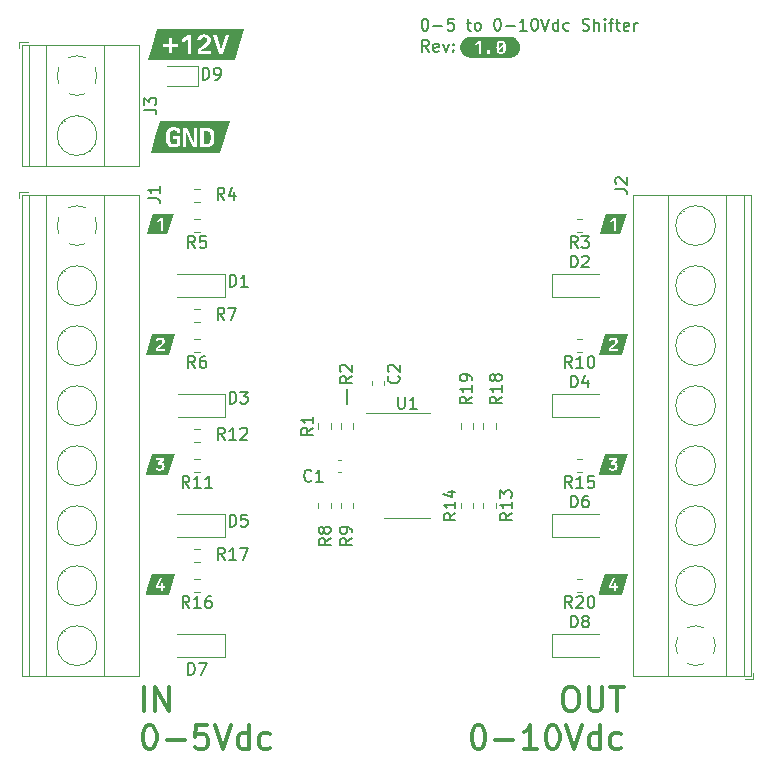
<source format=gbr>
%TF.GenerationSoftware,KiCad,Pcbnew,7.0.9*%
%TF.CreationDate,2024-02-06T13:40:39+00:00*%
%TF.ProjectId,dc-level-shifter,64632d6c-6576-4656-9c2d-736869667465,1.0*%
%TF.SameCoordinates,Original*%
%TF.FileFunction,Legend,Top*%
%TF.FilePolarity,Positive*%
%FSLAX46Y46*%
G04 Gerber Fmt 4.6, Leading zero omitted, Abs format (unit mm)*
G04 Created by KiCad (PCBNEW 7.0.9) date 2024-02-06 13:40:39*
%MOMM*%
%LPD*%
G01*
G04 APERTURE LIST*
%ADD10C,0.150000*%
%ADD11C,0.300000*%
%ADD12C,0.120000*%
G04 APERTURE END LIST*
D10*
X131380000Y-85598000D02*
X131380000Y-84328000D01*
D11*
X114211558Y-111567638D02*
X114211558Y-109567638D01*
X115163939Y-111567638D02*
X115163939Y-109567638D01*
X115163939Y-109567638D02*
X116306796Y-111567638D01*
X116306796Y-111567638D02*
X116306796Y-109567638D01*
X114592510Y-112787638D02*
X114782987Y-112787638D01*
X114782987Y-112787638D02*
X114973463Y-112882876D01*
X114973463Y-112882876D02*
X115068701Y-112978114D01*
X115068701Y-112978114D02*
X115163939Y-113168590D01*
X115163939Y-113168590D02*
X115259177Y-113549542D01*
X115259177Y-113549542D02*
X115259177Y-114025733D01*
X115259177Y-114025733D02*
X115163939Y-114406685D01*
X115163939Y-114406685D02*
X115068701Y-114597161D01*
X115068701Y-114597161D02*
X114973463Y-114692400D01*
X114973463Y-114692400D02*
X114782987Y-114787638D01*
X114782987Y-114787638D02*
X114592510Y-114787638D01*
X114592510Y-114787638D02*
X114402034Y-114692400D01*
X114402034Y-114692400D02*
X114306796Y-114597161D01*
X114306796Y-114597161D02*
X114211558Y-114406685D01*
X114211558Y-114406685D02*
X114116320Y-114025733D01*
X114116320Y-114025733D02*
X114116320Y-113549542D01*
X114116320Y-113549542D02*
X114211558Y-113168590D01*
X114211558Y-113168590D02*
X114306796Y-112978114D01*
X114306796Y-112978114D02*
X114402034Y-112882876D01*
X114402034Y-112882876D02*
X114592510Y-112787638D01*
X116116320Y-114025733D02*
X117640130Y-114025733D01*
X119544891Y-112787638D02*
X118592510Y-112787638D01*
X118592510Y-112787638D02*
X118497272Y-113740019D01*
X118497272Y-113740019D02*
X118592510Y-113644780D01*
X118592510Y-113644780D02*
X118782986Y-113549542D01*
X118782986Y-113549542D02*
X119259177Y-113549542D01*
X119259177Y-113549542D02*
X119449653Y-113644780D01*
X119449653Y-113644780D02*
X119544891Y-113740019D01*
X119544891Y-113740019D02*
X119640129Y-113930495D01*
X119640129Y-113930495D02*
X119640129Y-114406685D01*
X119640129Y-114406685D02*
X119544891Y-114597161D01*
X119544891Y-114597161D02*
X119449653Y-114692400D01*
X119449653Y-114692400D02*
X119259177Y-114787638D01*
X119259177Y-114787638D02*
X118782986Y-114787638D01*
X118782986Y-114787638D02*
X118592510Y-114692400D01*
X118592510Y-114692400D02*
X118497272Y-114597161D01*
X120211558Y-112787638D02*
X120878224Y-114787638D01*
X120878224Y-114787638D02*
X121544891Y-112787638D01*
X123068701Y-114787638D02*
X123068701Y-112787638D01*
X123068701Y-114692400D02*
X122878225Y-114787638D01*
X122878225Y-114787638D02*
X122497272Y-114787638D01*
X122497272Y-114787638D02*
X122306796Y-114692400D01*
X122306796Y-114692400D02*
X122211558Y-114597161D01*
X122211558Y-114597161D02*
X122116320Y-114406685D01*
X122116320Y-114406685D02*
X122116320Y-113835257D01*
X122116320Y-113835257D02*
X122211558Y-113644780D01*
X122211558Y-113644780D02*
X122306796Y-113549542D01*
X122306796Y-113549542D02*
X122497272Y-113454304D01*
X122497272Y-113454304D02*
X122878225Y-113454304D01*
X122878225Y-113454304D02*
X123068701Y-113549542D01*
X124878225Y-114692400D02*
X124687749Y-114787638D01*
X124687749Y-114787638D02*
X124306796Y-114787638D01*
X124306796Y-114787638D02*
X124116320Y-114692400D01*
X124116320Y-114692400D02*
X124021082Y-114597161D01*
X124021082Y-114597161D02*
X123925844Y-114406685D01*
X123925844Y-114406685D02*
X123925844Y-113835257D01*
X123925844Y-113835257D02*
X124021082Y-113644780D01*
X124021082Y-113644780D02*
X124116320Y-113549542D01*
X124116320Y-113549542D02*
X124306796Y-113454304D01*
X124306796Y-113454304D02*
X124687749Y-113454304D01*
X124687749Y-113454304D02*
X124878225Y-113549542D01*
X150139488Y-109567638D02*
X150520441Y-109567638D01*
X150520441Y-109567638D02*
X150710917Y-109662876D01*
X150710917Y-109662876D02*
X150901393Y-109853352D01*
X150901393Y-109853352D02*
X150996631Y-110234304D01*
X150996631Y-110234304D02*
X150996631Y-110900971D01*
X150996631Y-110900971D02*
X150901393Y-111281923D01*
X150901393Y-111281923D02*
X150710917Y-111472400D01*
X150710917Y-111472400D02*
X150520441Y-111567638D01*
X150520441Y-111567638D02*
X150139488Y-111567638D01*
X150139488Y-111567638D02*
X149949012Y-111472400D01*
X149949012Y-111472400D02*
X149758536Y-111281923D01*
X149758536Y-111281923D02*
X149663298Y-110900971D01*
X149663298Y-110900971D02*
X149663298Y-110234304D01*
X149663298Y-110234304D02*
X149758536Y-109853352D01*
X149758536Y-109853352D02*
X149949012Y-109662876D01*
X149949012Y-109662876D02*
X150139488Y-109567638D01*
X151853774Y-109567638D02*
X151853774Y-111186685D01*
X151853774Y-111186685D02*
X151949012Y-111377161D01*
X151949012Y-111377161D02*
X152044250Y-111472400D01*
X152044250Y-111472400D02*
X152234726Y-111567638D01*
X152234726Y-111567638D02*
X152615679Y-111567638D01*
X152615679Y-111567638D02*
X152806155Y-111472400D01*
X152806155Y-111472400D02*
X152901393Y-111377161D01*
X152901393Y-111377161D02*
X152996631Y-111186685D01*
X152996631Y-111186685D02*
X152996631Y-109567638D01*
X153663298Y-109567638D02*
X154806155Y-109567638D01*
X154234726Y-111567638D02*
X154234726Y-109567638D01*
X142425202Y-112787638D02*
X142615679Y-112787638D01*
X142615679Y-112787638D02*
X142806155Y-112882876D01*
X142806155Y-112882876D02*
X142901393Y-112978114D01*
X142901393Y-112978114D02*
X142996631Y-113168590D01*
X142996631Y-113168590D02*
X143091869Y-113549542D01*
X143091869Y-113549542D02*
X143091869Y-114025733D01*
X143091869Y-114025733D02*
X142996631Y-114406685D01*
X142996631Y-114406685D02*
X142901393Y-114597161D01*
X142901393Y-114597161D02*
X142806155Y-114692400D01*
X142806155Y-114692400D02*
X142615679Y-114787638D01*
X142615679Y-114787638D02*
X142425202Y-114787638D01*
X142425202Y-114787638D02*
X142234726Y-114692400D01*
X142234726Y-114692400D02*
X142139488Y-114597161D01*
X142139488Y-114597161D02*
X142044250Y-114406685D01*
X142044250Y-114406685D02*
X141949012Y-114025733D01*
X141949012Y-114025733D02*
X141949012Y-113549542D01*
X141949012Y-113549542D02*
X142044250Y-113168590D01*
X142044250Y-113168590D02*
X142139488Y-112978114D01*
X142139488Y-112978114D02*
X142234726Y-112882876D01*
X142234726Y-112882876D02*
X142425202Y-112787638D01*
X143949012Y-114025733D02*
X145472822Y-114025733D01*
X147472821Y-114787638D02*
X146329964Y-114787638D01*
X146901392Y-114787638D02*
X146901392Y-112787638D01*
X146901392Y-112787638D02*
X146710916Y-113073352D01*
X146710916Y-113073352D02*
X146520440Y-113263828D01*
X146520440Y-113263828D02*
X146329964Y-113359066D01*
X148710916Y-112787638D02*
X148901393Y-112787638D01*
X148901393Y-112787638D02*
X149091869Y-112882876D01*
X149091869Y-112882876D02*
X149187107Y-112978114D01*
X149187107Y-112978114D02*
X149282345Y-113168590D01*
X149282345Y-113168590D02*
X149377583Y-113549542D01*
X149377583Y-113549542D02*
X149377583Y-114025733D01*
X149377583Y-114025733D02*
X149282345Y-114406685D01*
X149282345Y-114406685D02*
X149187107Y-114597161D01*
X149187107Y-114597161D02*
X149091869Y-114692400D01*
X149091869Y-114692400D02*
X148901393Y-114787638D01*
X148901393Y-114787638D02*
X148710916Y-114787638D01*
X148710916Y-114787638D02*
X148520440Y-114692400D01*
X148520440Y-114692400D02*
X148425202Y-114597161D01*
X148425202Y-114597161D02*
X148329964Y-114406685D01*
X148329964Y-114406685D02*
X148234726Y-114025733D01*
X148234726Y-114025733D02*
X148234726Y-113549542D01*
X148234726Y-113549542D02*
X148329964Y-113168590D01*
X148329964Y-113168590D02*
X148425202Y-112978114D01*
X148425202Y-112978114D02*
X148520440Y-112882876D01*
X148520440Y-112882876D02*
X148710916Y-112787638D01*
X149949012Y-112787638D02*
X150615678Y-114787638D01*
X150615678Y-114787638D02*
X151282345Y-112787638D01*
X152806155Y-114787638D02*
X152806155Y-112787638D01*
X152806155Y-114692400D02*
X152615679Y-114787638D01*
X152615679Y-114787638D02*
X152234726Y-114787638D01*
X152234726Y-114787638D02*
X152044250Y-114692400D01*
X152044250Y-114692400D02*
X151949012Y-114597161D01*
X151949012Y-114597161D02*
X151853774Y-114406685D01*
X151853774Y-114406685D02*
X151853774Y-113835257D01*
X151853774Y-113835257D02*
X151949012Y-113644780D01*
X151949012Y-113644780D02*
X152044250Y-113549542D01*
X152044250Y-113549542D02*
X152234726Y-113454304D01*
X152234726Y-113454304D02*
X152615679Y-113454304D01*
X152615679Y-113454304D02*
X152806155Y-113549542D01*
X154615679Y-114692400D02*
X154425203Y-114787638D01*
X154425203Y-114787638D02*
X154044250Y-114787638D01*
X154044250Y-114787638D02*
X153853774Y-114692400D01*
X153853774Y-114692400D02*
X153758536Y-114597161D01*
X153758536Y-114597161D02*
X153663298Y-114406685D01*
X153663298Y-114406685D02*
X153663298Y-113835257D01*
X153663298Y-113835257D02*
X153758536Y-113644780D01*
X153758536Y-113644780D02*
X153853774Y-113549542D01*
X153853774Y-113549542D02*
X154044250Y-113454304D01*
X154044250Y-113454304D02*
X154425203Y-113454304D01*
X154425203Y-113454304D02*
X154615679Y-113549542D01*
D10*
X138322207Y-55749819D02*
X137988874Y-55273628D01*
X137750779Y-55749819D02*
X137750779Y-54749819D01*
X137750779Y-54749819D02*
X138131731Y-54749819D01*
X138131731Y-54749819D02*
X138226969Y-54797438D01*
X138226969Y-54797438D02*
X138274588Y-54845057D01*
X138274588Y-54845057D02*
X138322207Y-54940295D01*
X138322207Y-54940295D02*
X138322207Y-55083152D01*
X138322207Y-55083152D02*
X138274588Y-55178390D01*
X138274588Y-55178390D02*
X138226969Y-55226009D01*
X138226969Y-55226009D02*
X138131731Y-55273628D01*
X138131731Y-55273628D02*
X137750779Y-55273628D01*
X139131731Y-55702200D02*
X139036493Y-55749819D01*
X139036493Y-55749819D02*
X138846017Y-55749819D01*
X138846017Y-55749819D02*
X138750779Y-55702200D01*
X138750779Y-55702200D02*
X138703160Y-55606961D01*
X138703160Y-55606961D02*
X138703160Y-55226009D01*
X138703160Y-55226009D02*
X138750779Y-55130771D01*
X138750779Y-55130771D02*
X138846017Y-55083152D01*
X138846017Y-55083152D02*
X139036493Y-55083152D01*
X139036493Y-55083152D02*
X139131731Y-55130771D01*
X139131731Y-55130771D02*
X139179350Y-55226009D01*
X139179350Y-55226009D02*
X139179350Y-55321247D01*
X139179350Y-55321247D02*
X138703160Y-55416485D01*
X139512684Y-55083152D02*
X139750779Y-55749819D01*
X139750779Y-55749819D02*
X139988874Y-55083152D01*
X140369827Y-55654580D02*
X140417446Y-55702200D01*
X140417446Y-55702200D02*
X140369827Y-55749819D01*
X140369827Y-55749819D02*
X140322208Y-55702200D01*
X140322208Y-55702200D02*
X140369827Y-55654580D01*
X140369827Y-55654580D02*
X140369827Y-55749819D01*
X140369827Y-55130771D02*
X140417446Y-55178390D01*
X140417446Y-55178390D02*
X140369827Y-55226009D01*
X140369827Y-55226009D02*
X140322208Y-55178390D01*
X140322208Y-55178390D02*
X140369827Y-55130771D01*
X140369827Y-55130771D02*
X140369827Y-55226009D01*
X137941255Y-52971819D02*
X138036493Y-52971819D01*
X138036493Y-52971819D02*
X138131731Y-53019438D01*
X138131731Y-53019438D02*
X138179350Y-53067057D01*
X138179350Y-53067057D02*
X138226969Y-53162295D01*
X138226969Y-53162295D02*
X138274588Y-53352771D01*
X138274588Y-53352771D02*
X138274588Y-53590866D01*
X138274588Y-53590866D02*
X138226969Y-53781342D01*
X138226969Y-53781342D02*
X138179350Y-53876580D01*
X138179350Y-53876580D02*
X138131731Y-53924200D01*
X138131731Y-53924200D02*
X138036493Y-53971819D01*
X138036493Y-53971819D02*
X137941255Y-53971819D01*
X137941255Y-53971819D02*
X137846017Y-53924200D01*
X137846017Y-53924200D02*
X137798398Y-53876580D01*
X137798398Y-53876580D02*
X137750779Y-53781342D01*
X137750779Y-53781342D02*
X137703160Y-53590866D01*
X137703160Y-53590866D02*
X137703160Y-53352771D01*
X137703160Y-53352771D02*
X137750779Y-53162295D01*
X137750779Y-53162295D02*
X137798398Y-53067057D01*
X137798398Y-53067057D02*
X137846017Y-53019438D01*
X137846017Y-53019438D02*
X137941255Y-52971819D01*
X138703160Y-53590866D02*
X139465065Y-53590866D01*
X140417445Y-52971819D02*
X139941255Y-52971819D01*
X139941255Y-52971819D02*
X139893636Y-53448009D01*
X139893636Y-53448009D02*
X139941255Y-53400390D01*
X139941255Y-53400390D02*
X140036493Y-53352771D01*
X140036493Y-53352771D02*
X140274588Y-53352771D01*
X140274588Y-53352771D02*
X140369826Y-53400390D01*
X140369826Y-53400390D02*
X140417445Y-53448009D01*
X140417445Y-53448009D02*
X140465064Y-53543247D01*
X140465064Y-53543247D02*
X140465064Y-53781342D01*
X140465064Y-53781342D02*
X140417445Y-53876580D01*
X140417445Y-53876580D02*
X140369826Y-53924200D01*
X140369826Y-53924200D02*
X140274588Y-53971819D01*
X140274588Y-53971819D02*
X140036493Y-53971819D01*
X140036493Y-53971819D02*
X139941255Y-53924200D01*
X139941255Y-53924200D02*
X139893636Y-53876580D01*
X141512684Y-53305152D02*
X141893636Y-53305152D01*
X141655541Y-52971819D02*
X141655541Y-53828961D01*
X141655541Y-53828961D02*
X141703160Y-53924200D01*
X141703160Y-53924200D02*
X141798398Y-53971819D01*
X141798398Y-53971819D02*
X141893636Y-53971819D01*
X142369827Y-53971819D02*
X142274589Y-53924200D01*
X142274589Y-53924200D02*
X142226970Y-53876580D01*
X142226970Y-53876580D02*
X142179351Y-53781342D01*
X142179351Y-53781342D02*
X142179351Y-53495628D01*
X142179351Y-53495628D02*
X142226970Y-53400390D01*
X142226970Y-53400390D02*
X142274589Y-53352771D01*
X142274589Y-53352771D02*
X142369827Y-53305152D01*
X142369827Y-53305152D02*
X142512684Y-53305152D01*
X142512684Y-53305152D02*
X142607922Y-53352771D01*
X142607922Y-53352771D02*
X142655541Y-53400390D01*
X142655541Y-53400390D02*
X142703160Y-53495628D01*
X142703160Y-53495628D02*
X142703160Y-53781342D01*
X142703160Y-53781342D02*
X142655541Y-53876580D01*
X142655541Y-53876580D02*
X142607922Y-53924200D01*
X142607922Y-53924200D02*
X142512684Y-53971819D01*
X142512684Y-53971819D02*
X142369827Y-53971819D01*
X144084113Y-52971819D02*
X144179351Y-52971819D01*
X144179351Y-52971819D02*
X144274589Y-53019438D01*
X144274589Y-53019438D02*
X144322208Y-53067057D01*
X144322208Y-53067057D02*
X144369827Y-53162295D01*
X144369827Y-53162295D02*
X144417446Y-53352771D01*
X144417446Y-53352771D02*
X144417446Y-53590866D01*
X144417446Y-53590866D02*
X144369827Y-53781342D01*
X144369827Y-53781342D02*
X144322208Y-53876580D01*
X144322208Y-53876580D02*
X144274589Y-53924200D01*
X144274589Y-53924200D02*
X144179351Y-53971819D01*
X144179351Y-53971819D02*
X144084113Y-53971819D01*
X144084113Y-53971819D02*
X143988875Y-53924200D01*
X143988875Y-53924200D02*
X143941256Y-53876580D01*
X143941256Y-53876580D02*
X143893637Y-53781342D01*
X143893637Y-53781342D02*
X143846018Y-53590866D01*
X143846018Y-53590866D02*
X143846018Y-53352771D01*
X143846018Y-53352771D02*
X143893637Y-53162295D01*
X143893637Y-53162295D02*
X143941256Y-53067057D01*
X143941256Y-53067057D02*
X143988875Y-53019438D01*
X143988875Y-53019438D02*
X144084113Y-52971819D01*
X144846018Y-53590866D02*
X145607923Y-53590866D01*
X146607922Y-53971819D02*
X146036494Y-53971819D01*
X146322208Y-53971819D02*
X146322208Y-52971819D01*
X146322208Y-52971819D02*
X146226970Y-53114676D01*
X146226970Y-53114676D02*
X146131732Y-53209914D01*
X146131732Y-53209914D02*
X146036494Y-53257533D01*
X147226970Y-52971819D02*
X147322208Y-52971819D01*
X147322208Y-52971819D02*
X147417446Y-53019438D01*
X147417446Y-53019438D02*
X147465065Y-53067057D01*
X147465065Y-53067057D02*
X147512684Y-53162295D01*
X147512684Y-53162295D02*
X147560303Y-53352771D01*
X147560303Y-53352771D02*
X147560303Y-53590866D01*
X147560303Y-53590866D02*
X147512684Y-53781342D01*
X147512684Y-53781342D02*
X147465065Y-53876580D01*
X147465065Y-53876580D02*
X147417446Y-53924200D01*
X147417446Y-53924200D02*
X147322208Y-53971819D01*
X147322208Y-53971819D02*
X147226970Y-53971819D01*
X147226970Y-53971819D02*
X147131732Y-53924200D01*
X147131732Y-53924200D02*
X147084113Y-53876580D01*
X147084113Y-53876580D02*
X147036494Y-53781342D01*
X147036494Y-53781342D02*
X146988875Y-53590866D01*
X146988875Y-53590866D02*
X146988875Y-53352771D01*
X146988875Y-53352771D02*
X147036494Y-53162295D01*
X147036494Y-53162295D02*
X147084113Y-53067057D01*
X147084113Y-53067057D02*
X147131732Y-53019438D01*
X147131732Y-53019438D02*
X147226970Y-52971819D01*
X147846018Y-52971819D02*
X148179351Y-53971819D01*
X148179351Y-53971819D02*
X148512684Y-52971819D01*
X149274589Y-53971819D02*
X149274589Y-52971819D01*
X149274589Y-53924200D02*
X149179351Y-53971819D01*
X149179351Y-53971819D02*
X148988875Y-53971819D01*
X148988875Y-53971819D02*
X148893637Y-53924200D01*
X148893637Y-53924200D02*
X148846018Y-53876580D01*
X148846018Y-53876580D02*
X148798399Y-53781342D01*
X148798399Y-53781342D02*
X148798399Y-53495628D01*
X148798399Y-53495628D02*
X148846018Y-53400390D01*
X148846018Y-53400390D02*
X148893637Y-53352771D01*
X148893637Y-53352771D02*
X148988875Y-53305152D01*
X148988875Y-53305152D02*
X149179351Y-53305152D01*
X149179351Y-53305152D02*
X149274589Y-53352771D01*
X150179351Y-53924200D02*
X150084113Y-53971819D01*
X150084113Y-53971819D02*
X149893637Y-53971819D01*
X149893637Y-53971819D02*
X149798399Y-53924200D01*
X149798399Y-53924200D02*
X149750780Y-53876580D01*
X149750780Y-53876580D02*
X149703161Y-53781342D01*
X149703161Y-53781342D02*
X149703161Y-53495628D01*
X149703161Y-53495628D02*
X149750780Y-53400390D01*
X149750780Y-53400390D02*
X149798399Y-53352771D01*
X149798399Y-53352771D02*
X149893637Y-53305152D01*
X149893637Y-53305152D02*
X150084113Y-53305152D01*
X150084113Y-53305152D02*
X150179351Y-53352771D01*
X151322209Y-53924200D02*
X151465066Y-53971819D01*
X151465066Y-53971819D02*
X151703161Y-53971819D01*
X151703161Y-53971819D02*
X151798399Y-53924200D01*
X151798399Y-53924200D02*
X151846018Y-53876580D01*
X151846018Y-53876580D02*
X151893637Y-53781342D01*
X151893637Y-53781342D02*
X151893637Y-53686104D01*
X151893637Y-53686104D02*
X151846018Y-53590866D01*
X151846018Y-53590866D02*
X151798399Y-53543247D01*
X151798399Y-53543247D02*
X151703161Y-53495628D01*
X151703161Y-53495628D02*
X151512685Y-53448009D01*
X151512685Y-53448009D02*
X151417447Y-53400390D01*
X151417447Y-53400390D02*
X151369828Y-53352771D01*
X151369828Y-53352771D02*
X151322209Y-53257533D01*
X151322209Y-53257533D02*
X151322209Y-53162295D01*
X151322209Y-53162295D02*
X151369828Y-53067057D01*
X151369828Y-53067057D02*
X151417447Y-53019438D01*
X151417447Y-53019438D02*
X151512685Y-52971819D01*
X151512685Y-52971819D02*
X151750780Y-52971819D01*
X151750780Y-52971819D02*
X151893637Y-53019438D01*
X152322209Y-53971819D02*
X152322209Y-52971819D01*
X152750780Y-53971819D02*
X152750780Y-53448009D01*
X152750780Y-53448009D02*
X152703161Y-53352771D01*
X152703161Y-53352771D02*
X152607923Y-53305152D01*
X152607923Y-53305152D02*
X152465066Y-53305152D01*
X152465066Y-53305152D02*
X152369828Y-53352771D01*
X152369828Y-53352771D02*
X152322209Y-53400390D01*
X153226971Y-53971819D02*
X153226971Y-53305152D01*
X153226971Y-52971819D02*
X153179352Y-53019438D01*
X153179352Y-53019438D02*
X153226971Y-53067057D01*
X153226971Y-53067057D02*
X153274590Y-53019438D01*
X153274590Y-53019438D02*
X153226971Y-52971819D01*
X153226971Y-52971819D02*
X153226971Y-53067057D01*
X153560304Y-53305152D02*
X153941256Y-53305152D01*
X153703161Y-53971819D02*
X153703161Y-53114676D01*
X153703161Y-53114676D02*
X153750780Y-53019438D01*
X153750780Y-53019438D02*
X153846018Y-52971819D01*
X153846018Y-52971819D02*
X153941256Y-52971819D01*
X154131733Y-53305152D02*
X154512685Y-53305152D01*
X154274590Y-52971819D02*
X154274590Y-53828961D01*
X154274590Y-53828961D02*
X154322209Y-53924200D01*
X154322209Y-53924200D02*
X154417447Y-53971819D01*
X154417447Y-53971819D02*
X154512685Y-53971819D01*
X155226971Y-53924200D02*
X155131733Y-53971819D01*
X155131733Y-53971819D02*
X154941257Y-53971819D01*
X154941257Y-53971819D02*
X154846019Y-53924200D01*
X154846019Y-53924200D02*
X154798400Y-53828961D01*
X154798400Y-53828961D02*
X154798400Y-53448009D01*
X154798400Y-53448009D02*
X154846019Y-53352771D01*
X154846019Y-53352771D02*
X154941257Y-53305152D01*
X154941257Y-53305152D02*
X155131733Y-53305152D01*
X155131733Y-53305152D02*
X155226971Y-53352771D01*
X155226971Y-53352771D02*
X155274590Y-53448009D01*
X155274590Y-53448009D02*
X155274590Y-53543247D01*
X155274590Y-53543247D02*
X154798400Y-53638485D01*
X155703162Y-53971819D02*
X155703162Y-53305152D01*
X155703162Y-53495628D02*
X155750781Y-53400390D01*
X155750781Y-53400390D02*
X155798400Y-53352771D01*
X155798400Y-53352771D02*
X155893638Y-53305152D01*
X155893638Y-53305152D02*
X155988876Y-53305152D01*
X135698095Y-84979819D02*
X135698095Y-85789342D01*
X135698095Y-85789342D02*
X135745714Y-85884580D01*
X135745714Y-85884580D02*
X135793333Y-85932200D01*
X135793333Y-85932200D02*
X135888571Y-85979819D01*
X135888571Y-85979819D02*
X136079047Y-85979819D01*
X136079047Y-85979819D02*
X136174285Y-85932200D01*
X136174285Y-85932200D02*
X136221904Y-85884580D01*
X136221904Y-85884580D02*
X136269523Y-85789342D01*
X136269523Y-85789342D02*
X136269523Y-84979819D01*
X137269523Y-85979819D02*
X136698095Y-85979819D01*
X136983809Y-85979819D02*
X136983809Y-84979819D01*
X136983809Y-84979819D02*
X136888571Y-85122676D01*
X136888571Y-85122676D02*
X136793333Y-85217914D01*
X136793333Y-85217914D02*
X136698095Y-85265533D01*
X118037142Y-92689819D02*
X117703809Y-92213628D01*
X117465714Y-92689819D02*
X117465714Y-91689819D01*
X117465714Y-91689819D02*
X117846666Y-91689819D01*
X117846666Y-91689819D02*
X117941904Y-91737438D01*
X117941904Y-91737438D02*
X117989523Y-91785057D01*
X117989523Y-91785057D02*
X118037142Y-91880295D01*
X118037142Y-91880295D02*
X118037142Y-92023152D01*
X118037142Y-92023152D02*
X117989523Y-92118390D01*
X117989523Y-92118390D02*
X117941904Y-92166009D01*
X117941904Y-92166009D02*
X117846666Y-92213628D01*
X117846666Y-92213628D02*
X117465714Y-92213628D01*
X118989523Y-92689819D02*
X118418095Y-92689819D01*
X118703809Y-92689819D02*
X118703809Y-91689819D01*
X118703809Y-91689819D02*
X118608571Y-91832676D01*
X118608571Y-91832676D02*
X118513333Y-91927914D01*
X118513333Y-91927914D02*
X118418095Y-91975533D01*
X119941904Y-92689819D02*
X119370476Y-92689819D01*
X119656190Y-92689819D02*
X119656190Y-91689819D01*
X119656190Y-91689819D02*
X119560952Y-91832676D01*
X119560952Y-91832676D02*
X119465714Y-91927914D01*
X119465714Y-91927914D02*
X119370476Y-91975533D01*
X128499819Y-87606666D02*
X128023628Y-87939999D01*
X128499819Y-88178094D02*
X127499819Y-88178094D01*
X127499819Y-88178094D02*
X127499819Y-87797142D01*
X127499819Y-87797142D02*
X127547438Y-87701904D01*
X127547438Y-87701904D02*
X127595057Y-87654285D01*
X127595057Y-87654285D02*
X127690295Y-87606666D01*
X127690295Y-87606666D02*
X127833152Y-87606666D01*
X127833152Y-87606666D02*
X127928390Y-87654285D01*
X127928390Y-87654285D02*
X127976009Y-87701904D01*
X127976009Y-87701904D02*
X128023628Y-87797142D01*
X128023628Y-87797142D02*
X128023628Y-88178094D01*
X128499819Y-86654285D02*
X128499819Y-87225713D01*
X128499819Y-86939999D02*
X127499819Y-86939999D01*
X127499819Y-86939999D02*
X127642676Y-87035237D01*
X127642676Y-87035237D02*
X127737914Y-87130475D01*
X127737914Y-87130475D02*
X127785533Y-87225713D01*
X114516819Y-68151333D02*
X115231104Y-68151333D01*
X115231104Y-68151333D02*
X115373961Y-68198952D01*
X115373961Y-68198952D02*
X115469200Y-68294190D01*
X115469200Y-68294190D02*
X115516819Y-68437047D01*
X115516819Y-68437047D02*
X115516819Y-68532285D01*
X115516819Y-67151333D02*
X115516819Y-67722761D01*
X115516819Y-67437047D02*
X114516819Y-67437047D01*
X114516819Y-67437047D02*
X114659676Y-67532285D01*
X114659676Y-67532285D02*
X114754914Y-67627523D01*
X114754914Y-67627523D02*
X114802533Y-67722761D01*
X118513333Y-82529819D02*
X118180000Y-82053628D01*
X117941905Y-82529819D02*
X117941905Y-81529819D01*
X117941905Y-81529819D02*
X118322857Y-81529819D01*
X118322857Y-81529819D02*
X118418095Y-81577438D01*
X118418095Y-81577438D02*
X118465714Y-81625057D01*
X118465714Y-81625057D02*
X118513333Y-81720295D01*
X118513333Y-81720295D02*
X118513333Y-81863152D01*
X118513333Y-81863152D02*
X118465714Y-81958390D01*
X118465714Y-81958390D02*
X118418095Y-82006009D01*
X118418095Y-82006009D02*
X118322857Y-82053628D01*
X118322857Y-82053628D02*
X117941905Y-82053628D01*
X119370476Y-81529819D02*
X119180000Y-81529819D01*
X119180000Y-81529819D02*
X119084762Y-81577438D01*
X119084762Y-81577438D02*
X119037143Y-81625057D01*
X119037143Y-81625057D02*
X118941905Y-81767914D01*
X118941905Y-81767914D02*
X118894286Y-81958390D01*
X118894286Y-81958390D02*
X118894286Y-82339342D01*
X118894286Y-82339342D02*
X118941905Y-82434580D01*
X118941905Y-82434580D02*
X118989524Y-82482200D01*
X118989524Y-82482200D02*
X119084762Y-82529819D01*
X119084762Y-82529819D02*
X119275238Y-82529819D01*
X119275238Y-82529819D02*
X119370476Y-82482200D01*
X119370476Y-82482200D02*
X119418095Y-82434580D01*
X119418095Y-82434580D02*
X119465714Y-82339342D01*
X119465714Y-82339342D02*
X119465714Y-82101247D01*
X119465714Y-82101247D02*
X119418095Y-82006009D01*
X119418095Y-82006009D02*
X119370476Y-81958390D01*
X119370476Y-81958390D02*
X119275238Y-81910771D01*
X119275238Y-81910771D02*
X119084762Y-81910771D01*
X119084762Y-81910771D02*
X118989524Y-81958390D01*
X118989524Y-81958390D02*
X118941905Y-82006009D01*
X118941905Y-82006009D02*
X118894286Y-82101247D01*
X150326905Y-104499819D02*
X150326905Y-103499819D01*
X150326905Y-103499819D02*
X150565000Y-103499819D01*
X150565000Y-103499819D02*
X150707857Y-103547438D01*
X150707857Y-103547438D02*
X150803095Y-103642676D01*
X150803095Y-103642676D02*
X150850714Y-103737914D01*
X150850714Y-103737914D02*
X150898333Y-103928390D01*
X150898333Y-103928390D02*
X150898333Y-104071247D01*
X150898333Y-104071247D02*
X150850714Y-104261723D01*
X150850714Y-104261723D02*
X150803095Y-104356961D01*
X150803095Y-104356961D02*
X150707857Y-104452200D01*
X150707857Y-104452200D02*
X150565000Y-104499819D01*
X150565000Y-104499819D02*
X150326905Y-104499819D01*
X151469762Y-103928390D02*
X151374524Y-103880771D01*
X151374524Y-103880771D02*
X151326905Y-103833152D01*
X151326905Y-103833152D02*
X151279286Y-103737914D01*
X151279286Y-103737914D02*
X151279286Y-103690295D01*
X151279286Y-103690295D02*
X151326905Y-103595057D01*
X151326905Y-103595057D02*
X151374524Y-103547438D01*
X151374524Y-103547438D02*
X151469762Y-103499819D01*
X151469762Y-103499819D02*
X151660238Y-103499819D01*
X151660238Y-103499819D02*
X151755476Y-103547438D01*
X151755476Y-103547438D02*
X151803095Y-103595057D01*
X151803095Y-103595057D02*
X151850714Y-103690295D01*
X151850714Y-103690295D02*
X151850714Y-103737914D01*
X151850714Y-103737914D02*
X151803095Y-103833152D01*
X151803095Y-103833152D02*
X151755476Y-103880771D01*
X151755476Y-103880771D02*
X151660238Y-103928390D01*
X151660238Y-103928390D02*
X151469762Y-103928390D01*
X151469762Y-103928390D02*
X151374524Y-103976009D01*
X151374524Y-103976009D02*
X151326905Y-104023628D01*
X151326905Y-104023628D02*
X151279286Y-104118866D01*
X151279286Y-104118866D02*
X151279286Y-104309342D01*
X151279286Y-104309342D02*
X151326905Y-104404580D01*
X151326905Y-104404580D02*
X151374524Y-104452200D01*
X151374524Y-104452200D02*
X151469762Y-104499819D01*
X151469762Y-104499819D02*
X151660238Y-104499819D01*
X151660238Y-104499819D02*
X151755476Y-104452200D01*
X151755476Y-104452200D02*
X151803095Y-104404580D01*
X151803095Y-104404580D02*
X151850714Y-104309342D01*
X151850714Y-104309342D02*
X151850714Y-104118866D01*
X151850714Y-104118866D02*
X151803095Y-104023628D01*
X151803095Y-104023628D02*
X151755476Y-103976009D01*
X151755476Y-103976009D02*
X151660238Y-103928390D01*
X120991333Y-68272819D02*
X120658000Y-67796628D01*
X120419905Y-68272819D02*
X120419905Y-67272819D01*
X120419905Y-67272819D02*
X120800857Y-67272819D01*
X120800857Y-67272819D02*
X120896095Y-67320438D01*
X120896095Y-67320438D02*
X120943714Y-67368057D01*
X120943714Y-67368057D02*
X120991333Y-67463295D01*
X120991333Y-67463295D02*
X120991333Y-67606152D01*
X120991333Y-67606152D02*
X120943714Y-67701390D01*
X120943714Y-67701390D02*
X120896095Y-67749009D01*
X120896095Y-67749009D02*
X120800857Y-67796628D01*
X120800857Y-67796628D02*
X120419905Y-67796628D01*
X121848476Y-67606152D02*
X121848476Y-68272819D01*
X121610381Y-67225200D02*
X121372286Y-67939485D01*
X121372286Y-67939485D02*
X121991333Y-67939485D01*
X129994819Y-96940666D02*
X129518628Y-97273999D01*
X129994819Y-97512094D02*
X128994819Y-97512094D01*
X128994819Y-97512094D02*
X128994819Y-97131142D01*
X128994819Y-97131142D02*
X129042438Y-97035904D01*
X129042438Y-97035904D02*
X129090057Y-96988285D01*
X129090057Y-96988285D02*
X129185295Y-96940666D01*
X129185295Y-96940666D02*
X129328152Y-96940666D01*
X129328152Y-96940666D02*
X129423390Y-96988285D01*
X129423390Y-96988285D02*
X129471009Y-97035904D01*
X129471009Y-97035904D02*
X129518628Y-97131142D01*
X129518628Y-97131142D02*
X129518628Y-97512094D01*
X129423390Y-96369237D02*
X129375771Y-96464475D01*
X129375771Y-96464475D02*
X129328152Y-96512094D01*
X129328152Y-96512094D02*
X129232914Y-96559713D01*
X129232914Y-96559713D02*
X129185295Y-96559713D01*
X129185295Y-96559713D02*
X129090057Y-96512094D01*
X129090057Y-96512094D02*
X129042438Y-96464475D01*
X129042438Y-96464475D02*
X128994819Y-96369237D01*
X128994819Y-96369237D02*
X128994819Y-96178761D01*
X128994819Y-96178761D02*
X129042438Y-96083523D01*
X129042438Y-96083523D02*
X129090057Y-96035904D01*
X129090057Y-96035904D02*
X129185295Y-95988285D01*
X129185295Y-95988285D02*
X129232914Y-95988285D01*
X129232914Y-95988285D02*
X129328152Y-96035904D01*
X129328152Y-96035904D02*
X129375771Y-96083523D01*
X129375771Y-96083523D02*
X129423390Y-96178761D01*
X129423390Y-96178761D02*
X129423390Y-96369237D01*
X129423390Y-96369237D02*
X129471009Y-96464475D01*
X129471009Y-96464475D02*
X129518628Y-96512094D01*
X129518628Y-96512094D02*
X129613866Y-96559713D01*
X129613866Y-96559713D02*
X129804342Y-96559713D01*
X129804342Y-96559713D02*
X129899580Y-96512094D01*
X129899580Y-96512094D02*
X129947200Y-96464475D01*
X129947200Y-96464475D02*
X129994819Y-96369237D01*
X129994819Y-96369237D02*
X129994819Y-96178761D01*
X129994819Y-96178761D02*
X129947200Y-96083523D01*
X129947200Y-96083523D02*
X129899580Y-96035904D01*
X129899580Y-96035904D02*
X129804342Y-95988285D01*
X129804342Y-95988285D02*
X129613866Y-95988285D01*
X129613866Y-95988285D02*
X129518628Y-96035904D01*
X129518628Y-96035904D02*
X129471009Y-96083523D01*
X129471009Y-96083523D02*
X129423390Y-96178761D01*
X135741580Y-83224666D02*
X135789200Y-83272285D01*
X135789200Y-83272285D02*
X135836819Y-83415142D01*
X135836819Y-83415142D02*
X135836819Y-83510380D01*
X135836819Y-83510380D02*
X135789200Y-83653237D01*
X135789200Y-83653237D02*
X135693961Y-83748475D01*
X135693961Y-83748475D02*
X135598723Y-83796094D01*
X135598723Y-83796094D02*
X135408247Y-83843713D01*
X135408247Y-83843713D02*
X135265390Y-83843713D01*
X135265390Y-83843713D02*
X135074914Y-83796094D01*
X135074914Y-83796094D02*
X134979676Y-83748475D01*
X134979676Y-83748475D02*
X134884438Y-83653237D01*
X134884438Y-83653237D02*
X134836819Y-83510380D01*
X134836819Y-83510380D02*
X134836819Y-83415142D01*
X134836819Y-83415142D02*
X134884438Y-83272285D01*
X134884438Y-83272285D02*
X134932057Y-83224666D01*
X134932057Y-82843713D02*
X134884438Y-82796094D01*
X134884438Y-82796094D02*
X134836819Y-82700856D01*
X134836819Y-82700856D02*
X134836819Y-82462761D01*
X134836819Y-82462761D02*
X134884438Y-82367523D01*
X134884438Y-82367523D02*
X134932057Y-82319904D01*
X134932057Y-82319904D02*
X135027295Y-82272285D01*
X135027295Y-82272285D02*
X135122533Y-82272285D01*
X135122533Y-82272285D02*
X135265390Y-82319904D01*
X135265390Y-82319904D02*
X135836819Y-82891332D01*
X135836819Y-82891332D02*
X135836819Y-82272285D01*
X114234819Y-60653333D02*
X114949104Y-60653333D01*
X114949104Y-60653333D02*
X115091961Y-60700952D01*
X115091961Y-60700952D02*
X115187200Y-60796190D01*
X115187200Y-60796190D02*
X115234819Y-60939047D01*
X115234819Y-60939047D02*
X115234819Y-61034285D01*
X114234819Y-60272380D02*
X114234819Y-59653333D01*
X114234819Y-59653333D02*
X114615771Y-59986666D01*
X114615771Y-59986666D02*
X114615771Y-59843809D01*
X114615771Y-59843809D02*
X114663390Y-59748571D01*
X114663390Y-59748571D02*
X114711009Y-59700952D01*
X114711009Y-59700952D02*
X114806247Y-59653333D01*
X114806247Y-59653333D02*
X115044342Y-59653333D01*
X115044342Y-59653333D02*
X115139580Y-59700952D01*
X115139580Y-59700952D02*
X115187200Y-59748571D01*
X115187200Y-59748571D02*
X115234819Y-59843809D01*
X115234819Y-59843809D02*
X115234819Y-60129523D01*
X115234819Y-60129523D02*
X115187200Y-60224761D01*
X115187200Y-60224761D02*
X115139580Y-60272380D01*
X121023142Y-88592819D02*
X120689809Y-88116628D01*
X120451714Y-88592819D02*
X120451714Y-87592819D01*
X120451714Y-87592819D02*
X120832666Y-87592819D01*
X120832666Y-87592819D02*
X120927904Y-87640438D01*
X120927904Y-87640438D02*
X120975523Y-87688057D01*
X120975523Y-87688057D02*
X121023142Y-87783295D01*
X121023142Y-87783295D02*
X121023142Y-87926152D01*
X121023142Y-87926152D02*
X120975523Y-88021390D01*
X120975523Y-88021390D02*
X120927904Y-88069009D01*
X120927904Y-88069009D02*
X120832666Y-88116628D01*
X120832666Y-88116628D02*
X120451714Y-88116628D01*
X121975523Y-88592819D02*
X121404095Y-88592819D01*
X121689809Y-88592819D02*
X121689809Y-87592819D01*
X121689809Y-87592819D02*
X121594571Y-87735676D01*
X121594571Y-87735676D02*
X121499333Y-87830914D01*
X121499333Y-87830914D02*
X121404095Y-87878533D01*
X122356476Y-87688057D02*
X122404095Y-87640438D01*
X122404095Y-87640438D02*
X122499333Y-87592819D01*
X122499333Y-87592819D02*
X122737428Y-87592819D01*
X122737428Y-87592819D02*
X122832666Y-87640438D01*
X122832666Y-87640438D02*
X122880285Y-87688057D01*
X122880285Y-87688057D02*
X122927904Y-87783295D01*
X122927904Y-87783295D02*
X122927904Y-87878533D01*
X122927904Y-87878533D02*
X122880285Y-88021390D01*
X122880285Y-88021390D02*
X122308857Y-88592819D01*
X122308857Y-88592819D02*
X122927904Y-88592819D01*
X154089819Y-67389333D02*
X154804104Y-67389333D01*
X154804104Y-67389333D02*
X154946961Y-67436952D01*
X154946961Y-67436952D02*
X155042200Y-67532190D01*
X155042200Y-67532190D02*
X155089819Y-67675047D01*
X155089819Y-67675047D02*
X155089819Y-67770285D01*
X154185057Y-66960761D02*
X154137438Y-66913142D01*
X154137438Y-66913142D02*
X154089819Y-66817904D01*
X154089819Y-66817904D02*
X154089819Y-66579809D01*
X154089819Y-66579809D02*
X154137438Y-66484571D01*
X154137438Y-66484571D02*
X154185057Y-66436952D01*
X154185057Y-66436952D02*
X154280295Y-66389333D01*
X154280295Y-66389333D02*
X154375533Y-66389333D01*
X154375533Y-66389333D02*
X154518390Y-66436952D01*
X154518390Y-66436952D02*
X155089819Y-67008380D01*
X155089819Y-67008380D02*
X155089819Y-66389333D01*
X150326905Y-84179819D02*
X150326905Y-83179819D01*
X150326905Y-83179819D02*
X150565000Y-83179819D01*
X150565000Y-83179819D02*
X150707857Y-83227438D01*
X150707857Y-83227438D02*
X150803095Y-83322676D01*
X150803095Y-83322676D02*
X150850714Y-83417914D01*
X150850714Y-83417914D02*
X150898333Y-83608390D01*
X150898333Y-83608390D02*
X150898333Y-83751247D01*
X150898333Y-83751247D02*
X150850714Y-83941723D01*
X150850714Y-83941723D02*
X150803095Y-84036961D01*
X150803095Y-84036961D02*
X150707857Y-84132200D01*
X150707857Y-84132200D02*
X150565000Y-84179819D01*
X150565000Y-84179819D02*
X150326905Y-84179819D01*
X151755476Y-83513152D02*
X151755476Y-84179819D01*
X151517381Y-83132200D02*
X151279286Y-83846485D01*
X151279286Y-83846485D02*
X151898333Y-83846485D01*
X120991333Y-78432819D02*
X120658000Y-77956628D01*
X120419905Y-78432819D02*
X120419905Y-77432819D01*
X120419905Y-77432819D02*
X120800857Y-77432819D01*
X120800857Y-77432819D02*
X120896095Y-77480438D01*
X120896095Y-77480438D02*
X120943714Y-77528057D01*
X120943714Y-77528057D02*
X120991333Y-77623295D01*
X120991333Y-77623295D02*
X120991333Y-77766152D01*
X120991333Y-77766152D02*
X120943714Y-77861390D01*
X120943714Y-77861390D02*
X120896095Y-77909009D01*
X120896095Y-77909009D02*
X120800857Y-77956628D01*
X120800857Y-77956628D02*
X120419905Y-77956628D01*
X121324667Y-77432819D02*
X121991333Y-77432819D01*
X121991333Y-77432819D02*
X121562762Y-78432819D01*
X150898333Y-72369819D02*
X150565000Y-71893628D01*
X150326905Y-72369819D02*
X150326905Y-71369819D01*
X150326905Y-71369819D02*
X150707857Y-71369819D01*
X150707857Y-71369819D02*
X150803095Y-71417438D01*
X150803095Y-71417438D02*
X150850714Y-71465057D01*
X150850714Y-71465057D02*
X150898333Y-71560295D01*
X150898333Y-71560295D02*
X150898333Y-71703152D01*
X150898333Y-71703152D02*
X150850714Y-71798390D01*
X150850714Y-71798390D02*
X150803095Y-71846009D01*
X150803095Y-71846009D02*
X150707857Y-71893628D01*
X150707857Y-71893628D02*
X150326905Y-71893628D01*
X151231667Y-71369819D02*
X151850714Y-71369819D01*
X151850714Y-71369819D02*
X151517381Y-71750771D01*
X151517381Y-71750771D02*
X151660238Y-71750771D01*
X151660238Y-71750771D02*
X151755476Y-71798390D01*
X151755476Y-71798390D02*
X151803095Y-71846009D01*
X151803095Y-71846009D02*
X151850714Y-71941247D01*
X151850714Y-71941247D02*
X151850714Y-72179342D01*
X151850714Y-72179342D02*
X151803095Y-72274580D01*
X151803095Y-72274580D02*
X151755476Y-72322200D01*
X151755476Y-72322200D02*
X151660238Y-72369819D01*
X151660238Y-72369819D02*
X151374524Y-72369819D01*
X151374524Y-72369819D02*
X151279286Y-72322200D01*
X151279286Y-72322200D02*
X151231667Y-72274580D01*
X119149905Y-58112819D02*
X119149905Y-57112819D01*
X119149905Y-57112819D02*
X119388000Y-57112819D01*
X119388000Y-57112819D02*
X119530857Y-57160438D01*
X119530857Y-57160438D02*
X119626095Y-57255676D01*
X119626095Y-57255676D02*
X119673714Y-57350914D01*
X119673714Y-57350914D02*
X119721333Y-57541390D01*
X119721333Y-57541390D02*
X119721333Y-57684247D01*
X119721333Y-57684247D02*
X119673714Y-57874723D01*
X119673714Y-57874723D02*
X119626095Y-57969961D01*
X119626095Y-57969961D02*
X119530857Y-58065200D01*
X119530857Y-58065200D02*
X119388000Y-58112819D01*
X119388000Y-58112819D02*
X119149905Y-58112819D01*
X120197524Y-58112819D02*
X120388000Y-58112819D01*
X120388000Y-58112819D02*
X120483238Y-58065200D01*
X120483238Y-58065200D02*
X120530857Y-58017580D01*
X120530857Y-58017580D02*
X120626095Y-57874723D01*
X120626095Y-57874723D02*
X120673714Y-57684247D01*
X120673714Y-57684247D02*
X120673714Y-57303295D01*
X120673714Y-57303295D02*
X120626095Y-57208057D01*
X120626095Y-57208057D02*
X120578476Y-57160438D01*
X120578476Y-57160438D02*
X120483238Y-57112819D01*
X120483238Y-57112819D02*
X120292762Y-57112819D01*
X120292762Y-57112819D02*
X120197524Y-57160438D01*
X120197524Y-57160438D02*
X120149905Y-57208057D01*
X120149905Y-57208057D02*
X120102286Y-57303295D01*
X120102286Y-57303295D02*
X120102286Y-57541390D01*
X120102286Y-57541390D02*
X120149905Y-57636628D01*
X120149905Y-57636628D02*
X120197524Y-57684247D01*
X120197524Y-57684247D02*
X120292762Y-57731866D01*
X120292762Y-57731866D02*
X120483238Y-57731866D01*
X120483238Y-57731866D02*
X120578476Y-57684247D01*
X120578476Y-57684247D02*
X120626095Y-57636628D01*
X120626095Y-57636628D02*
X120673714Y-57541390D01*
X131772819Y-83224666D02*
X131296628Y-83557999D01*
X131772819Y-83796094D02*
X130772819Y-83796094D01*
X130772819Y-83796094D02*
X130772819Y-83415142D01*
X130772819Y-83415142D02*
X130820438Y-83319904D01*
X130820438Y-83319904D02*
X130868057Y-83272285D01*
X130868057Y-83272285D02*
X130963295Y-83224666D01*
X130963295Y-83224666D02*
X131106152Y-83224666D01*
X131106152Y-83224666D02*
X131201390Y-83272285D01*
X131201390Y-83272285D02*
X131249009Y-83319904D01*
X131249009Y-83319904D02*
X131296628Y-83415142D01*
X131296628Y-83415142D02*
X131296628Y-83796094D01*
X130868057Y-82843713D02*
X130820438Y-82796094D01*
X130820438Y-82796094D02*
X130772819Y-82700856D01*
X130772819Y-82700856D02*
X130772819Y-82462761D01*
X130772819Y-82462761D02*
X130820438Y-82367523D01*
X130820438Y-82367523D02*
X130868057Y-82319904D01*
X130868057Y-82319904D02*
X130963295Y-82272285D01*
X130963295Y-82272285D02*
X131058533Y-82272285D01*
X131058533Y-82272285D02*
X131201390Y-82319904D01*
X131201390Y-82319904D02*
X131772819Y-82891332D01*
X131772819Y-82891332D02*
X131772819Y-82272285D01*
X128357333Y-92053580D02*
X128309714Y-92101200D01*
X128309714Y-92101200D02*
X128166857Y-92148819D01*
X128166857Y-92148819D02*
X128071619Y-92148819D01*
X128071619Y-92148819D02*
X127928762Y-92101200D01*
X127928762Y-92101200D02*
X127833524Y-92005961D01*
X127833524Y-92005961D02*
X127785905Y-91910723D01*
X127785905Y-91910723D02*
X127738286Y-91720247D01*
X127738286Y-91720247D02*
X127738286Y-91577390D01*
X127738286Y-91577390D02*
X127785905Y-91386914D01*
X127785905Y-91386914D02*
X127833524Y-91291676D01*
X127833524Y-91291676D02*
X127928762Y-91196438D01*
X127928762Y-91196438D02*
X128071619Y-91148819D01*
X128071619Y-91148819D02*
X128166857Y-91148819D01*
X128166857Y-91148819D02*
X128309714Y-91196438D01*
X128309714Y-91196438D02*
X128357333Y-91244057D01*
X129309714Y-92148819D02*
X128738286Y-92148819D01*
X129024000Y-92148819D02*
X129024000Y-91148819D01*
X129024000Y-91148819D02*
X128928762Y-91291676D01*
X128928762Y-91291676D02*
X128833524Y-91386914D01*
X128833524Y-91386914D02*
X128738286Y-91434533D01*
X121435905Y-75638819D02*
X121435905Y-74638819D01*
X121435905Y-74638819D02*
X121674000Y-74638819D01*
X121674000Y-74638819D02*
X121816857Y-74686438D01*
X121816857Y-74686438D02*
X121912095Y-74781676D01*
X121912095Y-74781676D02*
X121959714Y-74876914D01*
X121959714Y-74876914D02*
X122007333Y-75067390D01*
X122007333Y-75067390D02*
X122007333Y-75210247D01*
X122007333Y-75210247D02*
X121959714Y-75400723D01*
X121959714Y-75400723D02*
X121912095Y-75495961D01*
X121912095Y-75495961D02*
X121816857Y-75591200D01*
X121816857Y-75591200D02*
X121674000Y-75638819D01*
X121674000Y-75638819D02*
X121435905Y-75638819D01*
X122959714Y-75638819D02*
X122388286Y-75638819D01*
X122674000Y-75638819D02*
X122674000Y-74638819D01*
X122674000Y-74638819D02*
X122578762Y-74781676D01*
X122578762Y-74781676D02*
X122483524Y-74876914D01*
X122483524Y-74876914D02*
X122388286Y-74924533D01*
X144472819Y-84970857D02*
X143996628Y-85304190D01*
X144472819Y-85542285D02*
X143472819Y-85542285D01*
X143472819Y-85542285D02*
X143472819Y-85161333D01*
X143472819Y-85161333D02*
X143520438Y-85066095D01*
X143520438Y-85066095D02*
X143568057Y-85018476D01*
X143568057Y-85018476D02*
X143663295Y-84970857D01*
X143663295Y-84970857D02*
X143806152Y-84970857D01*
X143806152Y-84970857D02*
X143901390Y-85018476D01*
X143901390Y-85018476D02*
X143949009Y-85066095D01*
X143949009Y-85066095D02*
X143996628Y-85161333D01*
X143996628Y-85161333D02*
X143996628Y-85542285D01*
X144472819Y-84018476D02*
X144472819Y-84589904D01*
X144472819Y-84304190D02*
X143472819Y-84304190D01*
X143472819Y-84304190D02*
X143615676Y-84399428D01*
X143615676Y-84399428D02*
X143710914Y-84494666D01*
X143710914Y-84494666D02*
X143758533Y-84589904D01*
X143901390Y-83447047D02*
X143853771Y-83542285D01*
X143853771Y-83542285D02*
X143806152Y-83589904D01*
X143806152Y-83589904D02*
X143710914Y-83637523D01*
X143710914Y-83637523D02*
X143663295Y-83637523D01*
X143663295Y-83637523D02*
X143568057Y-83589904D01*
X143568057Y-83589904D02*
X143520438Y-83542285D01*
X143520438Y-83542285D02*
X143472819Y-83447047D01*
X143472819Y-83447047D02*
X143472819Y-83256571D01*
X143472819Y-83256571D02*
X143520438Y-83161333D01*
X143520438Y-83161333D02*
X143568057Y-83113714D01*
X143568057Y-83113714D02*
X143663295Y-83066095D01*
X143663295Y-83066095D02*
X143710914Y-83066095D01*
X143710914Y-83066095D02*
X143806152Y-83113714D01*
X143806152Y-83113714D02*
X143853771Y-83161333D01*
X143853771Y-83161333D02*
X143901390Y-83256571D01*
X143901390Y-83256571D02*
X143901390Y-83447047D01*
X143901390Y-83447047D02*
X143949009Y-83542285D01*
X143949009Y-83542285D02*
X143996628Y-83589904D01*
X143996628Y-83589904D02*
X144091866Y-83637523D01*
X144091866Y-83637523D02*
X144282342Y-83637523D01*
X144282342Y-83637523D02*
X144377580Y-83589904D01*
X144377580Y-83589904D02*
X144425200Y-83542285D01*
X144425200Y-83542285D02*
X144472819Y-83447047D01*
X144472819Y-83447047D02*
X144472819Y-83256571D01*
X144472819Y-83256571D02*
X144425200Y-83161333D01*
X144425200Y-83161333D02*
X144377580Y-83113714D01*
X144377580Y-83113714D02*
X144282342Y-83066095D01*
X144282342Y-83066095D02*
X144091866Y-83066095D01*
X144091866Y-83066095D02*
X143996628Y-83113714D01*
X143996628Y-83113714D02*
X143949009Y-83161333D01*
X143949009Y-83161333D02*
X143901390Y-83256571D01*
X118513333Y-72369819D02*
X118180000Y-71893628D01*
X117941905Y-72369819D02*
X117941905Y-71369819D01*
X117941905Y-71369819D02*
X118322857Y-71369819D01*
X118322857Y-71369819D02*
X118418095Y-71417438D01*
X118418095Y-71417438D02*
X118465714Y-71465057D01*
X118465714Y-71465057D02*
X118513333Y-71560295D01*
X118513333Y-71560295D02*
X118513333Y-71703152D01*
X118513333Y-71703152D02*
X118465714Y-71798390D01*
X118465714Y-71798390D02*
X118418095Y-71846009D01*
X118418095Y-71846009D02*
X118322857Y-71893628D01*
X118322857Y-71893628D02*
X117941905Y-71893628D01*
X119418095Y-71369819D02*
X118941905Y-71369819D01*
X118941905Y-71369819D02*
X118894286Y-71846009D01*
X118894286Y-71846009D02*
X118941905Y-71798390D01*
X118941905Y-71798390D02*
X119037143Y-71750771D01*
X119037143Y-71750771D02*
X119275238Y-71750771D01*
X119275238Y-71750771D02*
X119370476Y-71798390D01*
X119370476Y-71798390D02*
X119418095Y-71846009D01*
X119418095Y-71846009D02*
X119465714Y-71941247D01*
X119465714Y-71941247D02*
X119465714Y-72179342D01*
X119465714Y-72179342D02*
X119418095Y-72274580D01*
X119418095Y-72274580D02*
X119370476Y-72322200D01*
X119370476Y-72322200D02*
X119275238Y-72369819D01*
X119275238Y-72369819D02*
X119037143Y-72369819D01*
X119037143Y-72369819D02*
X118941905Y-72322200D01*
X118941905Y-72322200D02*
X118894286Y-72274580D01*
X121435905Y-95958819D02*
X121435905Y-94958819D01*
X121435905Y-94958819D02*
X121674000Y-94958819D01*
X121674000Y-94958819D02*
X121816857Y-95006438D01*
X121816857Y-95006438D02*
X121912095Y-95101676D01*
X121912095Y-95101676D02*
X121959714Y-95196914D01*
X121959714Y-95196914D02*
X122007333Y-95387390D01*
X122007333Y-95387390D02*
X122007333Y-95530247D01*
X122007333Y-95530247D02*
X121959714Y-95720723D01*
X121959714Y-95720723D02*
X121912095Y-95815961D01*
X121912095Y-95815961D02*
X121816857Y-95911200D01*
X121816857Y-95911200D02*
X121674000Y-95958819D01*
X121674000Y-95958819D02*
X121435905Y-95958819D01*
X122912095Y-94958819D02*
X122435905Y-94958819D01*
X122435905Y-94958819D02*
X122388286Y-95435009D01*
X122388286Y-95435009D02*
X122435905Y-95387390D01*
X122435905Y-95387390D02*
X122531143Y-95339771D01*
X122531143Y-95339771D02*
X122769238Y-95339771D01*
X122769238Y-95339771D02*
X122864476Y-95387390D01*
X122864476Y-95387390D02*
X122912095Y-95435009D01*
X122912095Y-95435009D02*
X122959714Y-95530247D01*
X122959714Y-95530247D02*
X122959714Y-95768342D01*
X122959714Y-95768342D02*
X122912095Y-95863580D01*
X122912095Y-95863580D02*
X122864476Y-95911200D01*
X122864476Y-95911200D02*
X122769238Y-95958819D01*
X122769238Y-95958819D02*
X122531143Y-95958819D01*
X122531143Y-95958819D02*
X122435905Y-95911200D01*
X122435905Y-95911200D02*
X122388286Y-95863580D01*
X121023142Y-98752819D02*
X120689809Y-98276628D01*
X120451714Y-98752819D02*
X120451714Y-97752819D01*
X120451714Y-97752819D02*
X120832666Y-97752819D01*
X120832666Y-97752819D02*
X120927904Y-97800438D01*
X120927904Y-97800438D02*
X120975523Y-97848057D01*
X120975523Y-97848057D02*
X121023142Y-97943295D01*
X121023142Y-97943295D02*
X121023142Y-98086152D01*
X121023142Y-98086152D02*
X120975523Y-98181390D01*
X120975523Y-98181390D02*
X120927904Y-98229009D01*
X120927904Y-98229009D02*
X120832666Y-98276628D01*
X120832666Y-98276628D02*
X120451714Y-98276628D01*
X121975523Y-98752819D02*
X121404095Y-98752819D01*
X121689809Y-98752819D02*
X121689809Y-97752819D01*
X121689809Y-97752819D02*
X121594571Y-97895676D01*
X121594571Y-97895676D02*
X121499333Y-97990914D01*
X121499333Y-97990914D02*
X121404095Y-98038533D01*
X122308857Y-97752819D02*
X122975523Y-97752819D01*
X122975523Y-97752819D02*
X122546952Y-98752819D01*
X150326905Y-94339819D02*
X150326905Y-93339819D01*
X150326905Y-93339819D02*
X150565000Y-93339819D01*
X150565000Y-93339819D02*
X150707857Y-93387438D01*
X150707857Y-93387438D02*
X150803095Y-93482676D01*
X150803095Y-93482676D02*
X150850714Y-93577914D01*
X150850714Y-93577914D02*
X150898333Y-93768390D01*
X150898333Y-93768390D02*
X150898333Y-93911247D01*
X150898333Y-93911247D02*
X150850714Y-94101723D01*
X150850714Y-94101723D02*
X150803095Y-94196961D01*
X150803095Y-94196961D02*
X150707857Y-94292200D01*
X150707857Y-94292200D02*
X150565000Y-94339819D01*
X150565000Y-94339819D02*
X150326905Y-94339819D01*
X151755476Y-93339819D02*
X151565000Y-93339819D01*
X151565000Y-93339819D02*
X151469762Y-93387438D01*
X151469762Y-93387438D02*
X151422143Y-93435057D01*
X151422143Y-93435057D02*
X151326905Y-93577914D01*
X151326905Y-93577914D02*
X151279286Y-93768390D01*
X151279286Y-93768390D02*
X151279286Y-94149342D01*
X151279286Y-94149342D02*
X151326905Y-94244580D01*
X151326905Y-94244580D02*
X151374524Y-94292200D01*
X151374524Y-94292200D02*
X151469762Y-94339819D01*
X151469762Y-94339819D02*
X151660238Y-94339819D01*
X151660238Y-94339819D02*
X151755476Y-94292200D01*
X151755476Y-94292200D02*
X151803095Y-94244580D01*
X151803095Y-94244580D02*
X151850714Y-94149342D01*
X151850714Y-94149342D02*
X151850714Y-93911247D01*
X151850714Y-93911247D02*
X151803095Y-93816009D01*
X151803095Y-93816009D02*
X151755476Y-93768390D01*
X151755476Y-93768390D02*
X151660238Y-93720771D01*
X151660238Y-93720771D02*
X151469762Y-93720771D01*
X151469762Y-93720771D02*
X151374524Y-93768390D01*
X151374524Y-93768390D02*
X151326905Y-93816009D01*
X151326905Y-93816009D02*
X151279286Y-93911247D01*
X150326905Y-74019819D02*
X150326905Y-73019819D01*
X150326905Y-73019819D02*
X150565000Y-73019819D01*
X150565000Y-73019819D02*
X150707857Y-73067438D01*
X150707857Y-73067438D02*
X150803095Y-73162676D01*
X150803095Y-73162676D02*
X150850714Y-73257914D01*
X150850714Y-73257914D02*
X150898333Y-73448390D01*
X150898333Y-73448390D02*
X150898333Y-73591247D01*
X150898333Y-73591247D02*
X150850714Y-73781723D01*
X150850714Y-73781723D02*
X150803095Y-73876961D01*
X150803095Y-73876961D02*
X150707857Y-73972200D01*
X150707857Y-73972200D02*
X150565000Y-74019819D01*
X150565000Y-74019819D02*
X150326905Y-74019819D01*
X151279286Y-73115057D02*
X151326905Y-73067438D01*
X151326905Y-73067438D02*
X151422143Y-73019819D01*
X151422143Y-73019819D02*
X151660238Y-73019819D01*
X151660238Y-73019819D02*
X151755476Y-73067438D01*
X151755476Y-73067438D02*
X151803095Y-73115057D01*
X151803095Y-73115057D02*
X151850714Y-73210295D01*
X151850714Y-73210295D02*
X151850714Y-73305533D01*
X151850714Y-73305533D02*
X151803095Y-73448390D01*
X151803095Y-73448390D02*
X151231667Y-74019819D01*
X151231667Y-74019819D02*
X151850714Y-74019819D01*
X145329819Y-94812857D02*
X144853628Y-95146190D01*
X145329819Y-95384285D02*
X144329819Y-95384285D01*
X144329819Y-95384285D02*
X144329819Y-95003333D01*
X144329819Y-95003333D02*
X144377438Y-94908095D01*
X144377438Y-94908095D02*
X144425057Y-94860476D01*
X144425057Y-94860476D02*
X144520295Y-94812857D01*
X144520295Y-94812857D02*
X144663152Y-94812857D01*
X144663152Y-94812857D02*
X144758390Y-94860476D01*
X144758390Y-94860476D02*
X144806009Y-94908095D01*
X144806009Y-94908095D02*
X144853628Y-95003333D01*
X144853628Y-95003333D02*
X144853628Y-95384285D01*
X145329819Y-93860476D02*
X145329819Y-94431904D01*
X145329819Y-94146190D02*
X144329819Y-94146190D01*
X144329819Y-94146190D02*
X144472676Y-94241428D01*
X144472676Y-94241428D02*
X144567914Y-94336666D01*
X144567914Y-94336666D02*
X144615533Y-94431904D01*
X144329819Y-93527142D02*
X144329819Y-92908095D01*
X144329819Y-92908095D02*
X144710771Y-93241428D01*
X144710771Y-93241428D02*
X144710771Y-93098571D01*
X144710771Y-93098571D02*
X144758390Y-93003333D01*
X144758390Y-93003333D02*
X144806009Y-92955714D01*
X144806009Y-92955714D02*
X144901247Y-92908095D01*
X144901247Y-92908095D02*
X145139342Y-92908095D01*
X145139342Y-92908095D02*
X145234580Y-92955714D01*
X145234580Y-92955714D02*
X145282200Y-93003333D01*
X145282200Y-93003333D02*
X145329819Y-93098571D01*
X145329819Y-93098571D02*
X145329819Y-93384285D01*
X145329819Y-93384285D02*
X145282200Y-93479523D01*
X145282200Y-93479523D02*
X145234580Y-93527142D01*
X118037142Y-102849819D02*
X117703809Y-102373628D01*
X117465714Y-102849819D02*
X117465714Y-101849819D01*
X117465714Y-101849819D02*
X117846666Y-101849819D01*
X117846666Y-101849819D02*
X117941904Y-101897438D01*
X117941904Y-101897438D02*
X117989523Y-101945057D01*
X117989523Y-101945057D02*
X118037142Y-102040295D01*
X118037142Y-102040295D02*
X118037142Y-102183152D01*
X118037142Y-102183152D02*
X117989523Y-102278390D01*
X117989523Y-102278390D02*
X117941904Y-102326009D01*
X117941904Y-102326009D02*
X117846666Y-102373628D01*
X117846666Y-102373628D02*
X117465714Y-102373628D01*
X118989523Y-102849819D02*
X118418095Y-102849819D01*
X118703809Y-102849819D02*
X118703809Y-101849819D01*
X118703809Y-101849819D02*
X118608571Y-101992676D01*
X118608571Y-101992676D02*
X118513333Y-102087914D01*
X118513333Y-102087914D02*
X118418095Y-102135533D01*
X119846666Y-101849819D02*
X119656190Y-101849819D01*
X119656190Y-101849819D02*
X119560952Y-101897438D01*
X119560952Y-101897438D02*
X119513333Y-101945057D01*
X119513333Y-101945057D02*
X119418095Y-102087914D01*
X119418095Y-102087914D02*
X119370476Y-102278390D01*
X119370476Y-102278390D02*
X119370476Y-102659342D01*
X119370476Y-102659342D02*
X119418095Y-102754580D01*
X119418095Y-102754580D02*
X119465714Y-102802200D01*
X119465714Y-102802200D02*
X119560952Y-102849819D01*
X119560952Y-102849819D02*
X119751428Y-102849819D01*
X119751428Y-102849819D02*
X119846666Y-102802200D01*
X119846666Y-102802200D02*
X119894285Y-102754580D01*
X119894285Y-102754580D02*
X119941904Y-102659342D01*
X119941904Y-102659342D02*
X119941904Y-102421247D01*
X119941904Y-102421247D02*
X119894285Y-102326009D01*
X119894285Y-102326009D02*
X119846666Y-102278390D01*
X119846666Y-102278390D02*
X119751428Y-102230771D01*
X119751428Y-102230771D02*
X119560952Y-102230771D01*
X119560952Y-102230771D02*
X119465714Y-102278390D01*
X119465714Y-102278390D02*
X119418095Y-102326009D01*
X119418095Y-102326009D02*
X119370476Y-102421247D01*
X131772819Y-96940666D02*
X131296628Y-97273999D01*
X131772819Y-97512094D02*
X130772819Y-97512094D01*
X130772819Y-97512094D02*
X130772819Y-97131142D01*
X130772819Y-97131142D02*
X130820438Y-97035904D01*
X130820438Y-97035904D02*
X130868057Y-96988285D01*
X130868057Y-96988285D02*
X130963295Y-96940666D01*
X130963295Y-96940666D02*
X131106152Y-96940666D01*
X131106152Y-96940666D02*
X131201390Y-96988285D01*
X131201390Y-96988285D02*
X131249009Y-97035904D01*
X131249009Y-97035904D02*
X131296628Y-97131142D01*
X131296628Y-97131142D02*
X131296628Y-97512094D01*
X131772819Y-96464475D02*
X131772819Y-96273999D01*
X131772819Y-96273999D02*
X131725200Y-96178761D01*
X131725200Y-96178761D02*
X131677580Y-96131142D01*
X131677580Y-96131142D02*
X131534723Y-96035904D01*
X131534723Y-96035904D02*
X131344247Y-95988285D01*
X131344247Y-95988285D02*
X130963295Y-95988285D01*
X130963295Y-95988285D02*
X130868057Y-96035904D01*
X130868057Y-96035904D02*
X130820438Y-96083523D01*
X130820438Y-96083523D02*
X130772819Y-96178761D01*
X130772819Y-96178761D02*
X130772819Y-96369237D01*
X130772819Y-96369237D02*
X130820438Y-96464475D01*
X130820438Y-96464475D02*
X130868057Y-96512094D01*
X130868057Y-96512094D02*
X130963295Y-96559713D01*
X130963295Y-96559713D02*
X131201390Y-96559713D01*
X131201390Y-96559713D02*
X131296628Y-96512094D01*
X131296628Y-96512094D02*
X131344247Y-96464475D01*
X131344247Y-96464475D02*
X131391866Y-96369237D01*
X131391866Y-96369237D02*
X131391866Y-96178761D01*
X131391866Y-96178761D02*
X131344247Y-96083523D01*
X131344247Y-96083523D02*
X131296628Y-96035904D01*
X131296628Y-96035904D02*
X131201390Y-95988285D01*
X150422142Y-92689819D02*
X150088809Y-92213628D01*
X149850714Y-92689819D02*
X149850714Y-91689819D01*
X149850714Y-91689819D02*
X150231666Y-91689819D01*
X150231666Y-91689819D02*
X150326904Y-91737438D01*
X150326904Y-91737438D02*
X150374523Y-91785057D01*
X150374523Y-91785057D02*
X150422142Y-91880295D01*
X150422142Y-91880295D02*
X150422142Y-92023152D01*
X150422142Y-92023152D02*
X150374523Y-92118390D01*
X150374523Y-92118390D02*
X150326904Y-92166009D01*
X150326904Y-92166009D02*
X150231666Y-92213628D01*
X150231666Y-92213628D02*
X149850714Y-92213628D01*
X151374523Y-92689819D02*
X150803095Y-92689819D01*
X151088809Y-92689819D02*
X151088809Y-91689819D01*
X151088809Y-91689819D02*
X150993571Y-91832676D01*
X150993571Y-91832676D02*
X150898333Y-91927914D01*
X150898333Y-91927914D02*
X150803095Y-91975533D01*
X152279285Y-91689819D02*
X151803095Y-91689819D01*
X151803095Y-91689819D02*
X151755476Y-92166009D01*
X151755476Y-92166009D02*
X151803095Y-92118390D01*
X151803095Y-92118390D02*
X151898333Y-92070771D01*
X151898333Y-92070771D02*
X152136428Y-92070771D01*
X152136428Y-92070771D02*
X152231666Y-92118390D01*
X152231666Y-92118390D02*
X152279285Y-92166009D01*
X152279285Y-92166009D02*
X152326904Y-92261247D01*
X152326904Y-92261247D02*
X152326904Y-92499342D01*
X152326904Y-92499342D02*
X152279285Y-92594580D01*
X152279285Y-92594580D02*
X152231666Y-92642200D01*
X152231666Y-92642200D02*
X152136428Y-92689819D01*
X152136428Y-92689819D02*
X151898333Y-92689819D01*
X151898333Y-92689819D02*
X151803095Y-92642200D01*
X151803095Y-92642200D02*
X151755476Y-92594580D01*
X141932819Y-84970857D02*
X141456628Y-85304190D01*
X141932819Y-85542285D02*
X140932819Y-85542285D01*
X140932819Y-85542285D02*
X140932819Y-85161333D01*
X140932819Y-85161333D02*
X140980438Y-85066095D01*
X140980438Y-85066095D02*
X141028057Y-85018476D01*
X141028057Y-85018476D02*
X141123295Y-84970857D01*
X141123295Y-84970857D02*
X141266152Y-84970857D01*
X141266152Y-84970857D02*
X141361390Y-85018476D01*
X141361390Y-85018476D02*
X141409009Y-85066095D01*
X141409009Y-85066095D02*
X141456628Y-85161333D01*
X141456628Y-85161333D02*
X141456628Y-85542285D01*
X141932819Y-84018476D02*
X141932819Y-84589904D01*
X141932819Y-84304190D02*
X140932819Y-84304190D01*
X140932819Y-84304190D02*
X141075676Y-84399428D01*
X141075676Y-84399428D02*
X141170914Y-84494666D01*
X141170914Y-84494666D02*
X141218533Y-84589904D01*
X141932819Y-83542285D02*
X141932819Y-83351809D01*
X141932819Y-83351809D02*
X141885200Y-83256571D01*
X141885200Y-83256571D02*
X141837580Y-83208952D01*
X141837580Y-83208952D02*
X141694723Y-83113714D01*
X141694723Y-83113714D02*
X141504247Y-83066095D01*
X141504247Y-83066095D02*
X141123295Y-83066095D01*
X141123295Y-83066095D02*
X141028057Y-83113714D01*
X141028057Y-83113714D02*
X140980438Y-83161333D01*
X140980438Y-83161333D02*
X140932819Y-83256571D01*
X140932819Y-83256571D02*
X140932819Y-83447047D01*
X140932819Y-83447047D02*
X140980438Y-83542285D01*
X140980438Y-83542285D02*
X141028057Y-83589904D01*
X141028057Y-83589904D02*
X141123295Y-83637523D01*
X141123295Y-83637523D02*
X141361390Y-83637523D01*
X141361390Y-83637523D02*
X141456628Y-83589904D01*
X141456628Y-83589904D02*
X141504247Y-83542285D01*
X141504247Y-83542285D02*
X141551866Y-83447047D01*
X141551866Y-83447047D02*
X141551866Y-83256571D01*
X141551866Y-83256571D02*
X141504247Y-83161333D01*
X141504247Y-83161333D02*
X141456628Y-83113714D01*
X141456628Y-83113714D02*
X141361390Y-83066095D01*
X150422142Y-82529819D02*
X150088809Y-82053628D01*
X149850714Y-82529819D02*
X149850714Y-81529819D01*
X149850714Y-81529819D02*
X150231666Y-81529819D01*
X150231666Y-81529819D02*
X150326904Y-81577438D01*
X150326904Y-81577438D02*
X150374523Y-81625057D01*
X150374523Y-81625057D02*
X150422142Y-81720295D01*
X150422142Y-81720295D02*
X150422142Y-81863152D01*
X150422142Y-81863152D02*
X150374523Y-81958390D01*
X150374523Y-81958390D02*
X150326904Y-82006009D01*
X150326904Y-82006009D02*
X150231666Y-82053628D01*
X150231666Y-82053628D02*
X149850714Y-82053628D01*
X151374523Y-82529819D02*
X150803095Y-82529819D01*
X151088809Y-82529819D02*
X151088809Y-81529819D01*
X151088809Y-81529819D02*
X150993571Y-81672676D01*
X150993571Y-81672676D02*
X150898333Y-81767914D01*
X150898333Y-81767914D02*
X150803095Y-81815533D01*
X151993571Y-81529819D02*
X152088809Y-81529819D01*
X152088809Y-81529819D02*
X152184047Y-81577438D01*
X152184047Y-81577438D02*
X152231666Y-81625057D01*
X152231666Y-81625057D02*
X152279285Y-81720295D01*
X152279285Y-81720295D02*
X152326904Y-81910771D01*
X152326904Y-81910771D02*
X152326904Y-82148866D01*
X152326904Y-82148866D02*
X152279285Y-82339342D01*
X152279285Y-82339342D02*
X152231666Y-82434580D01*
X152231666Y-82434580D02*
X152184047Y-82482200D01*
X152184047Y-82482200D02*
X152088809Y-82529819D01*
X152088809Y-82529819D02*
X151993571Y-82529819D01*
X151993571Y-82529819D02*
X151898333Y-82482200D01*
X151898333Y-82482200D02*
X151850714Y-82434580D01*
X151850714Y-82434580D02*
X151803095Y-82339342D01*
X151803095Y-82339342D02*
X151755476Y-82148866D01*
X151755476Y-82148866D02*
X151755476Y-81910771D01*
X151755476Y-81910771D02*
X151803095Y-81720295D01*
X151803095Y-81720295D02*
X151850714Y-81625057D01*
X151850714Y-81625057D02*
X151898333Y-81577438D01*
X151898333Y-81577438D02*
X151993571Y-81529819D01*
X121435905Y-85544819D02*
X121435905Y-84544819D01*
X121435905Y-84544819D02*
X121674000Y-84544819D01*
X121674000Y-84544819D02*
X121816857Y-84592438D01*
X121816857Y-84592438D02*
X121912095Y-84687676D01*
X121912095Y-84687676D02*
X121959714Y-84782914D01*
X121959714Y-84782914D02*
X122007333Y-84973390D01*
X122007333Y-84973390D02*
X122007333Y-85116247D01*
X122007333Y-85116247D02*
X121959714Y-85306723D01*
X121959714Y-85306723D02*
X121912095Y-85401961D01*
X121912095Y-85401961D02*
X121816857Y-85497200D01*
X121816857Y-85497200D02*
X121674000Y-85544819D01*
X121674000Y-85544819D02*
X121435905Y-85544819D01*
X122340667Y-84544819D02*
X122959714Y-84544819D01*
X122959714Y-84544819D02*
X122626381Y-84925771D01*
X122626381Y-84925771D02*
X122769238Y-84925771D01*
X122769238Y-84925771D02*
X122864476Y-84973390D01*
X122864476Y-84973390D02*
X122912095Y-85021009D01*
X122912095Y-85021009D02*
X122959714Y-85116247D01*
X122959714Y-85116247D02*
X122959714Y-85354342D01*
X122959714Y-85354342D02*
X122912095Y-85449580D01*
X122912095Y-85449580D02*
X122864476Y-85497200D01*
X122864476Y-85497200D02*
X122769238Y-85544819D01*
X122769238Y-85544819D02*
X122483524Y-85544819D01*
X122483524Y-85544819D02*
X122388286Y-85497200D01*
X122388286Y-85497200D02*
X122340667Y-85449580D01*
X117919405Y-108499819D02*
X117919405Y-107499819D01*
X117919405Y-107499819D02*
X118157500Y-107499819D01*
X118157500Y-107499819D02*
X118300357Y-107547438D01*
X118300357Y-107547438D02*
X118395595Y-107642676D01*
X118395595Y-107642676D02*
X118443214Y-107737914D01*
X118443214Y-107737914D02*
X118490833Y-107928390D01*
X118490833Y-107928390D02*
X118490833Y-108071247D01*
X118490833Y-108071247D02*
X118443214Y-108261723D01*
X118443214Y-108261723D02*
X118395595Y-108356961D01*
X118395595Y-108356961D02*
X118300357Y-108452200D01*
X118300357Y-108452200D02*
X118157500Y-108499819D01*
X118157500Y-108499819D02*
X117919405Y-108499819D01*
X118824167Y-107499819D02*
X119490833Y-107499819D01*
X119490833Y-107499819D02*
X119062262Y-108499819D01*
X150422142Y-102849819D02*
X150088809Y-102373628D01*
X149850714Y-102849819D02*
X149850714Y-101849819D01*
X149850714Y-101849819D02*
X150231666Y-101849819D01*
X150231666Y-101849819D02*
X150326904Y-101897438D01*
X150326904Y-101897438D02*
X150374523Y-101945057D01*
X150374523Y-101945057D02*
X150422142Y-102040295D01*
X150422142Y-102040295D02*
X150422142Y-102183152D01*
X150422142Y-102183152D02*
X150374523Y-102278390D01*
X150374523Y-102278390D02*
X150326904Y-102326009D01*
X150326904Y-102326009D02*
X150231666Y-102373628D01*
X150231666Y-102373628D02*
X149850714Y-102373628D01*
X150803095Y-101945057D02*
X150850714Y-101897438D01*
X150850714Y-101897438D02*
X150945952Y-101849819D01*
X150945952Y-101849819D02*
X151184047Y-101849819D01*
X151184047Y-101849819D02*
X151279285Y-101897438D01*
X151279285Y-101897438D02*
X151326904Y-101945057D01*
X151326904Y-101945057D02*
X151374523Y-102040295D01*
X151374523Y-102040295D02*
X151374523Y-102135533D01*
X151374523Y-102135533D02*
X151326904Y-102278390D01*
X151326904Y-102278390D02*
X150755476Y-102849819D01*
X150755476Y-102849819D02*
X151374523Y-102849819D01*
X151993571Y-101849819D02*
X152088809Y-101849819D01*
X152088809Y-101849819D02*
X152184047Y-101897438D01*
X152184047Y-101897438D02*
X152231666Y-101945057D01*
X152231666Y-101945057D02*
X152279285Y-102040295D01*
X152279285Y-102040295D02*
X152326904Y-102230771D01*
X152326904Y-102230771D02*
X152326904Y-102468866D01*
X152326904Y-102468866D02*
X152279285Y-102659342D01*
X152279285Y-102659342D02*
X152231666Y-102754580D01*
X152231666Y-102754580D02*
X152184047Y-102802200D01*
X152184047Y-102802200D02*
X152088809Y-102849819D01*
X152088809Y-102849819D02*
X151993571Y-102849819D01*
X151993571Y-102849819D02*
X151898333Y-102802200D01*
X151898333Y-102802200D02*
X151850714Y-102754580D01*
X151850714Y-102754580D02*
X151803095Y-102659342D01*
X151803095Y-102659342D02*
X151755476Y-102468866D01*
X151755476Y-102468866D02*
X151755476Y-102230771D01*
X151755476Y-102230771D02*
X151803095Y-102040295D01*
X151803095Y-102040295D02*
X151850714Y-101945057D01*
X151850714Y-101945057D02*
X151898333Y-101897438D01*
X151898333Y-101897438D02*
X151993571Y-101849819D01*
X140564819Y-94812857D02*
X140088628Y-95146190D01*
X140564819Y-95384285D02*
X139564819Y-95384285D01*
X139564819Y-95384285D02*
X139564819Y-95003333D01*
X139564819Y-95003333D02*
X139612438Y-94908095D01*
X139612438Y-94908095D02*
X139660057Y-94860476D01*
X139660057Y-94860476D02*
X139755295Y-94812857D01*
X139755295Y-94812857D02*
X139898152Y-94812857D01*
X139898152Y-94812857D02*
X139993390Y-94860476D01*
X139993390Y-94860476D02*
X140041009Y-94908095D01*
X140041009Y-94908095D02*
X140088628Y-95003333D01*
X140088628Y-95003333D02*
X140088628Y-95384285D01*
X140564819Y-93860476D02*
X140564819Y-94431904D01*
X140564819Y-94146190D02*
X139564819Y-94146190D01*
X139564819Y-94146190D02*
X139707676Y-94241428D01*
X139707676Y-94241428D02*
X139802914Y-94336666D01*
X139802914Y-94336666D02*
X139850533Y-94431904D01*
X139898152Y-93003333D02*
X140564819Y-93003333D01*
X139517200Y-93241428D02*
X140231485Y-93479523D01*
X140231485Y-93479523D02*
X140231485Y-92860476D01*
D12*
%TO.C,U1*%
X136460000Y-86370000D02*
X133010000Y-86370000D01*
X136460000Y-86370000D02*
X138410000Y-86370000D01*
X136460000Y-95240000D02*
X134510000Y-95240000D01*
X136460000Y-95240000D02*
X138410000Y-95240000D01*
%TO.C,kibuzzard-65C2349A*%
G36*
X154643667Y-101716417D02*
G01*
X154312938Y-101716417D01*
X154165300Y-101716417D01*
X153535062Y-101716417D01*
X153204333Y-101716417D01*
X152677283Y-101716417D01*
X152835557Y-101188838D01*
X153535062Y-101188838D01*
X153974800Y-101188838D01*
X153974800Y-101385688D01*
X154165300Y-101385688D01*
X154165300Y-101188838D01*
X154312938Y-101188838D01*
X154312938Y-101017387D01*
X154165300Y-101017387D01*
X154165300Y-100764975D01*
X153974800Y-100764975D01*
X153974800Y-101017387D01*
X153735088Y-101017387D01*
X154095450Y-100290312D01*
X153882725Y-100290312D01*
X153535062Y-101007862D01*
X153535062Y-101188838D01*
X152835557Y-101188838D01*
X153204333Y-99959583D01*
X153535062Y-99959583D01*
X153535063Y-99959583D01*
X154312938Y-99959583D01*
X154643667Y-99959583D01*
X155170717Y-99959583D01*
X154643667Y-101716417D01*
G37*
%TO.C,R11*%
X118917258Y-91327500D02*
X118442742Y-91327500D01*
X118917258Y-90282500D02*
X118442742Y-90282500D01*
%TO.C,R1*%
X128952500Y-87677258D02*
X128952500Y-87202742D01*
X129997500Y-87677258D02*
X129997500Y-87202742D01*
%TO.C,J1*%
X104360000Y-67645000D02*
X103620000Y-67645000D01*
X103620000Y-67645000D02*
X103620000Y-68145000D01*
X113781000Y-67885000D02*
X103860000Y-67885000D01*
X113781000Y-67885000D02*
X113781000Y-108645000D01*
X110821000Y-67885000D02*
X110821000Y-108645000D01*
X105920000Y-67885000D02*
X105920000Y-108645000D01*
X104420000Y-67885000D02*
X104420000Y-108645000D01*
X103860000Y-67885000D02*
X103860000Y-108645000D01*
X107497000Y-74338000D02*
X107451000Y-74291000D01*
X107281000Y-74531000D02*
X107246000Y-74496000D01*
X109795000Y-76635000D02*
X109759000Y-76600000D01*
X109589000Y-76840000D02*
X109543000Y-76793000D01*
X107497000Y-79418000D02*
X107451000Y-79371000D01*
X107281000Y-79611000D02*
X107246000Y-79576000D01*
X109795000Y-81715000D02*
X109759000Y-81680000D01*
X109589000Y-81920000D02*
X109543000Y-81873000D01*
X107497000Y-84498000D02*
X107451000Y-84451000D01*
X107281000Y-84691000D02*
X107246000Y-84656000D01*
X109795000Y-86795000D02*
X109759000Y-86760000D01*
X109589000Y-87000000D02*
X109543000Y-86953000D01*
X107497000Y-89578000D02*
X107451000Y-89531000D01*
X107281000Y-89771000D02*
X107246000Y-89736000D01*
X109795000Y-91875000D02*
X109759000Y-91840000D01*
X109589000Y-92080000D02*
X109543000Y-92033000D01*
X107497000Y-94658000D02*
X107451000Y-94611000D01*
X107281000Y-94851000D02*
X107246000Y-94816000D01*
X109795000Y-96955000D02*
X109759000Y-96920000D01*
X109589000Y-97160000D02*
X109543000Y-97113000D01*
X107497000Y-99738000D02*
X107451000Y-99691000D01*
X107281000Y-99931000D02*
X107246000Y-99896000D01*
X109795000Y-102035000D02*
X109759000Y-102000000D01*
X109589000Y-102240000D02*
X109543000Y-102193000D01*
X107497000Y-104818000D02*
X107451000Y-104771000D01*
X107281000Y-105011000D02*
X107246000Y-104976000D01*
X109795000Y-107115000D02*
X109759000Y-107080000D01*
X109589000Y-107320000D02*
X109543000Y-107273000D01*
X113781000Y-108645000D02*
X103860000Y-108645000D01*
X109203999Y-68950001D02*
G75*
G03*
X107836958Y-68949574I-684000J-1534992D01*
G01*
X110054999Y-71168999D02*
G75*
G03*
X110055426Y-69801958I-1534992J684000D01*
G01*
X106985001Y-69801000D02*
G75*
G03*
X106839748Y-70513805I1535000J-683999D01*
G01*
X106840001Y-70485000D02*
G75*
G03*
X106985245Y-71168318I1679999J0D01*
G01*
X107836000Y-72020000D02*
G75*
G03*
X109203042Y-72020426I684000J1535000D01*
G01*
X110200000Y-75565000D02*
G75*
G03*
X110200000Y-75565000I-1680000J0D01*
G01*
X110200000Y-80645000D02*
G75*
G03*
X110200000Y-80645000I-1680000J0D01*
G01*
X110200000Y-85725000D02*
G75*
G03*
X110200000Y-85725000I-1680000J0D01*
G01*
X110200000Y-90805000D02*
G75*
G03*
X110200000Y-90805000I-1680000J0D01*
G01*
X110200000Y-95885000D02*
G75*
G03*
X110200000Y-95885000I-1680000J0D01*
G01*
X110200000Y-100965000D02*
G75*
G03*
X110200000Y-100965000I-1680000J0D01*
G01*
X110200000Y-106045000D02*
G75*
G03*
X110200000Y-106045000I-1680000J0D01*
G01*
%TO.C,kibuzzard-65C23431*%
G36*
X121901347Y-56435625D02*
G01*
X121405253Y-56435625D01*
X120924241Y-56435625D01*
X119869347Y-56435625D01*
X118178659Y-56435625D01*
X116592747Y-56435625D01*
X115830747Y-56435625D01*
X115334653Y-56435625D01*
X114544078Y-56435625D01*
X114870786Y-55346600D01*
X115830747Y-55346600D01*
X116311759Y-55346600D01*
X116311759Y-55860950D01*
X116592747Y-55860950D01*
X116592747Y-55346600D01*
X117073759Y-55346600D01*
X117073759Y-55094187D01*
X116592747Y-55094187D01*
X116592747Y-54994175D01*
X117371416Y-54994175D01*
X117800041Y-54729856D01*
X117892909Y-54653656D01*
X117883384Y-54801294D01*
X117883384Y-55939531D01*
X118178659Y-55939531D01*
X118178659Y-54772719D01*
X118719203Y-54772719D01*
X119024003Y-54772719D01*
X119057341Y-54640559D01*
X119139494Y-54573884D01*
X119295466Y-54553644D01*
X119450247Y-54572694D01*
X119527637Y-54635797D01*
X119550259Y-54763194D01*
X119533591Y-54872731D01*
X119471678Y-54963219D01*
X119363927Y-55063827D01*
X119226409Y-55179913D01*
X119139791Y-55249266D01*
X119032338Y-55333503D01*
X118904048Y-55432623D01*
X118754922Y-55546625D01*
X118754922Y-55939531D01*
X119869347Y-55939531D01*
X119869347Y-55672831D01*
X119062103Y-55672831D01*
X119062103Y-55651400D01*
X119203523Y-55551123D01*
X119322982Y-55463017D01*
X119420481Y-55387081D01*
X119549366Y-55276948D01*
X119676466Y-55156100D01*
X119760405Y-55060850D01*
X119812197Y-54975125D01*
X119838986Y-54882852D01*
X119847916Y-54767956D01*
X119835414Y-54603352D01*
X119797909Y-54481016D01*
X119730937Y-54394695D01*
X119630031Y-54338141D01*
X119548216Y-54320281D01*
X120069372Y-54320281D01*
X120550384Y-55939531D01*
X120924241Y-55939531D01*
X121405253Y-54320281D01*
X121095691Y-54320281D01*
X120743266Y-55582344D01*
X120731359Y-55582344D01*
X120378934Y-54320281D01*
X120069372Y-54320281D01*
X119548216Y-54320281D01*
X119486859Y-54306887D01*
X119293084Y-54296469D01*
X119100501Y-54307184D01*
X118956137Y-54339331D01*
X118852553Y-54396779D01*
X118782306Y-54483397D01*
X118739741Y-54606329D01*
X118719203Y-54772719D01*
X118178659Y-54772719D01*
X118178659Y-54320281D01*
X117883384Y-54320281D01*
X117371416Y-54679850D01*
X117371416Y-54994175D01*
X116592747Y-54994175D01*
X116592747Y-54594125D01*
X116311759Y-54594125D01*
X116311759Y-55094187D01*
X115830747Y-55094187D01*
X115830747Y-55346600D01*
X114870786Y-55346600D01*
X115334653Y-53800375D01*
X115830747Y-53800375D01*
X121405253Y-53800375D01*
X121901347Y-53800375D01*
X122691922Y-53800375D01*
X121901347Y-56435625D01*
G37*
%TO.C,R6*%
X118917258Y-81167500D02*
X118442742Y-81167500D01*
X118917258Y-80122500D02*
X118442742Y-80122500D01*
%TO.C,kibuzzard-65C2346D*%
G36*
X154638110Y-81396417D02*
G01*
X154307381Y-81396417D01*
X153540619Y-81396417D01*
X153209890Y-81396417D01*
X152682840Y-81396417D01*
X153015421Y-80287812D01*
X153540619Y-80287812D01*
X153743819Y-80287812D01*
X153766044Y-80199706D01*
X153820812Y-80155256D01*
X153924794Y-80141762D01*
X154027981Y-80154462D01*
X154079575Y-80196531D01*
X154094656Y-80281462D01*
X154083544Y-80354487D01*
X154042269Y-80414812D01*
X153970434Y-80481884D01*
X153878756Y-80559275D01*
X153821011Y-80605511D01*
X153749375Y-80661669D01*
X153663848Y-80727748D01*
X153564431Y-80803750D01*
X153564431Y-81065688D01*
X154307381Y-81065688D01*
X154307381Y-80887888D01*
X153769219Y-80887888D01*
X153769219Y-80873600D01*
X153863499Y-80806749D01*
X153943138Y-80748011D01*
X154008138Y-80697387D01*
X154094061Y-80623966D01*
X154178794Y-80543400D01*
X154234753Y-80479900D01*
X154269281Y-80422750D01*
X154287141Y-80361234D01*
X154293094Y-80284637D01*
X154284759Y-80174902D01*
X154259756Y-80093344D01*
X154215108Y-80035797D01*
X154147838Y-79998094D01*
X154052389Y-79977258D01*
X153923206Y-79970312D01*
X153794817Y-79977456D01*
X153698575Y-79998887D01*
X153629519Y-80037186D01*
X153582687Y-80094931D01*
X153554311Y-80176886D01*
X153540619Y-80287812D01*
X153015421Y-80287812D01*
X153209890Y-79639583D01*
X153540619Y-79639583D01*
X154307381Y-79639583D01*
X154638110Y-79639583D01*
X155165160Y-79639583D01*
X154638110Y-81396417D01*
G37*
%TO.C,kibuzzard-65C23458*%
G36*
X154523810Y-71228479D02*
G01*
X154193081Y-71228479D01*
X153654919Y-71228479D01*
X153324190Y-71228479D01*
X152801902Y-71228479D01*
X153090192Y-70267512D01*
X153654919Y-70267512D01*
X153940669Y-70091300D01*
X154002581Y-70040500D01*
X153996231Y-70138925D01*
X153996231Y-70897750D01*
X154193081Y-70897750D01*
X154193081Y-69818250D01*
X153996231Y-69818250D01*
X153654919Y-70057963D01*
X153654919Y-70267512D01*
X153090192Y-70267512D01*
X153324190Y-69487521D01*
X153654919Y-69487521D01*
X154193081Y-69487521D01*
X154523810Y-69487521D01*
X155046098Y-69487521D01*
X154523810Y-71228479D01*
G37*
%TO.C,D8*%
X148705000Y-105045000D02*
X148705000Y-107045000D01*
X148705000Y-105045000D02*
X152715000Y-105045000D01*
X148705000Y-107045000D02*
X152715000Y-107045000D01*
%TO.C,R4*%
X118917258Y-68467500D02*
X118442742Y-68467500D01*
X118917258Y-67422500D02*
X118442742Y-67422500D01*
%TO.C,R8*%
X129997500Y-93932742D02*
X129997500Y-94407258D01*
X128952500Y-93932742D02*
X128952500Y-94407258D01*
%TO.C,C2*%
X133475000Y-83960580D02*
X133475000Y-83679420D01*
X134495000Y-83960580D02*
X134495000Y-83679420D01*
%TO.C,J3*%
X104360000Y-54940000D02*
X103620000Y-54940000D01*
X103620000Y-54940000D02*
X103620000Y-55440000D01*
X113781000Y-55180000D02*
X103860000Y-55180000D01*
X113781000Y-55180000D02*
X113781000Y-65460000D01*
X110821000Y-55180000D02*
X110821000Y-65460000D01*
X105920000Y-55180000D02*
X105920000Y-65460000D01*
X104420000Y-55180000D02*
X104420000Y-65460000D01*
X103860000Y-55180000D02*
X103860000Y-65460000D01*
X107497000Y-61633000D02*
X107451000Y-61586000D01*
X107281000Y-61826000D02*
X107246000Y-61791000D01*
X109795000Y-63930000D02*
X109759000Y-63895000D01*
X109589000Y-64135000D02*
X109543000Y-64088000D01*
X113781000Y-65460000D02*
X103860000Y-65460000D01*
X109203999Y-56245001D02*
G75*
G03*
X107836958Y-56244574I-684000J-1534992D01*
G01*
X110054999Y-58463999D02*
G75*
G03*
X110055426Y-57096958I-1534992J684000D01*
G01*
X106985001Y-57096000D02*
G75*
G03*
X106839748Y-57808805I1535000J-683999D01*
G01*
X106840001Y-57780000D02*
G75*
G03*
X106985245Y-58463318I1679999J0D01*
G01*
X107836000Y-59315000D02*
G75*
G03*
X109203042Y-59315426I684000J1535000D01*
G01*
X110200000Y-62860000D02*
G75*
G03*
X110200000Y-62860000I-1680000J0D01*
G01*
%TO.C,kibuzzard-65C23448*%
G36*
X119343487Y-62438955D02*
G01*
X119455406Y-62447884D01*
X119592626Y-62473780D01*
X119694722Y-62518131D01*
X119767052Y-62586592D01*
X119814975Y-62684819D01*
X119841764Y-62819657D01*
X119850694Y-62997953D01*
X119841466Y-63186370D01*
X119813784Y-63327756D01*
X119764076Y-63429257D01*
X119688769Y-63498016D01*
X119582208Y-63539687D01*
X119438737Y-63559928D01*
X119250619Y-63552784D01*
X119250619Y-62435978D01*
X119343487Y-62438955D01*
G37*
G36*
X120653969Y-64320341D02*
G01*
X120157875Y-64320341D01*
X119367300Y-64320341D01*
X118712456Y-64320341D01*
X116733637Y-64320341D01*
X116062125Y-64320341D01*
X115566031Y-64320341D01*
X114769027Y-64320341D01*
X115167172Y-62993191D01*
X116062125Y-62993191D01*
X116068872Y-63194142D01*
X116089112Y-63362020D01*
X116122847Y-63496825D01*
X116204107Y-63648630D01*
X116326444Y-63749237D01*
X116435187Y-63790909D01*
X116570919Y-63815912D01*
X116733637Y-63824247D01*
X116880084Y-63817698D01*
X117005100Y-63798053D01*
X117130711Y-63759953D01*
X117278944Y-63698041D01*
X117278944Y-62890797D01*
X116655056Y-62890797D01*
X116655056Y-63150353D01*
X116990812Y-63150353D01*
X116990812Y-63514684D01*
X116872941Y-63551594D01*
X116726494Y-63562309D01*
X116599990Y-63549808D01*
X116506228Y-63512303D01*
X116439851Y-63444735D01*
X116395500Y-63342044D01*
X116370497Y-63196490D01*
X116362162Y-63000334D01*
X116369604Y-62799714D01*
X116391928Y-62650291D01*
X116432112Y-62544325D01*
X116493131Y-62474078D01*
X116579452Y-62434787D01*
X116695537Y-62421691D01*
X116863416Y-62440741D01*
X116952712Y-62503844D01*
X116988431Y-62631241D01*
X117283706Y-62631241D01*
X117262573Y-62466934D01*
X117218222Y-62345491D01*
X117145296Y-62259766D01*
X117038437Y-62202616D01*
X116950596Y-62183566D01*
X117493256Y-62183566D01*
X117493256Y-63802816D01*
X117786150Y-63802816D01*
X117786150Y-62871747D01*
X117752812Y-62533609D01*
X117759956Y-62533609D01*
X118340981Y-63802816D01*
X118712456Y-63802816D01*
X118945819Y-63802816D01*
X119101658Y-63813399D01*
X119242152Y-63819749D01*
X119367300Y-63821866D01*
X119558065Y-63813664D01*
X119717608Y-63789057D01*
X119845931Y-63748047D01*
X119990592Y-63649523D01*
X120086437Y-63501587D01*
X120126125Y-63370751D01*
X120149937Y-63208429D01*
X120157875Y-63014622D01*
X120150996Y-62829281D01*
X120130358Y-62673309D01*
X120095962Y-62546706D01*
X120012321Y-62399962D01*
X119885222Y-62295484D01*
X119772377Y-62246272D01*
X119632280Y-62209759D01*
X119464931Y-62185947D01*
X119350631Y-62177017D01*
X119222044Y-62174041D01*
X119091075Y-62176422D01*
X118945819Y-62183566D01*
X118945819Y-63802816D01*
X118712456Y-63802816D01*
X118712456Y-62183566D01*
X118419562Y-62183566D01*
X118419562Y-63114634D01*
X118452900Y-63452772D01*
X118445756Y-63452772D01*
X117864731Y-62183566D01*
X117493256Y-62183566D01*
X116950596Y-62183566D01*
X116890205Y-62170469D01*
X116693156Y-62159753D01*
X116540624Y-62168088D01*
X116413227Y-62193091D01*
X116310966Y-62234762D01*
X116195773Y-62335370D01*
X116119275Y-62487175D01*
X116087525Y-62622245D01*
X116068475Y-62790917D01*
X116062125Y-62993191D01*
X115167172Y-62993191D01*
X115566031Y-61663659D01*
X116062125Y-61663659D01*
X120157875Y-61663659D01*
X120653969Y-61663659D01*
X121450973Y-61663659D01*
X120653969Y-64320341D01*
G37*
%TO.C,kibuzzard-65C2346D*%
G36*
X116284110Y-81396417D02*
G01*
X115953381Y-81396417D01*
X115186619Y-81396417D01*
X114855890Y-81396417D01*
X114328840Y-81396417D01*
X114661421Y-80287812D01*
X115186619Y-80287812D01*
X115389819Y-80287812D01*
X115412044Y-80199706D01*
X115466812Y-80155256D01*
X115570794Y-80141762D01*
X115673981Y-80154462D01*
X115725575Y-80196531D01*
X115740656Y-80281462D01*
X115729544Y-80354487D01*
X115688269Y-80414812D01*
X115616434Y-80481884D01*
X115524756Y-80559275D01*
X115467011Y-80605511D01*
X115395375Y-80661669D01*
X115309848Y-80727748D01*
X115210431Y-80803750D01*
X115210431Y-81065688D01*
X115953381Y-81065688D01*
X115953381Y-80887888D01*
X115415219Y-80887888D01*
X115415219Y-80873600D01*
X115509499Y-80806749D01*
X115589138Y-80748011D01*
X115654138Y-80697387D01*
X115740061Y-80623966D01*
X115824794Y-80543400D01*
X115880753Y-80479900D01*
X115915281Y-80422750D01*
X115933141Y-80361234D01*
X115939094Y-80284637D01*
X115930759Y-80174902D01*
X115905756Y-80093344D01*
X115861108Y-80035797D01*
X115793838Y-79998094D01*
X115698389Y-79977258D01*
X115569206Y-79970312D01*
X115440817Y-79977456D01*
X115344575Y-79998887D01*
X115275519Y-80037186D01*
X115228687Y-80094931D01*
X115200311Y-80176886D01*
X115186619Y-80287812D01*
X114661421Y-80287812D01*
X114855890Y-79639583D01*
X115186619Y-79639583D01*
X115953381Y-79639583D01*
X116284110Y-79639583D01*
X116811160Y-79639583D01*
X116284110Y-81396417D01*
G37*
%TO.C,R12*%
X118917258Y-88787500D02*
X118442742Y-88787500D01*
X118917258Y-87742500D02*
X118442742Y-87742500D01*
%TO.C,kibuzzard-65C2349A*%
G36*
X116289667Y-101716417D02*
G01*
X115958938Y-101716417D01*
X115811300Y-101716417D01*
X115181062Y-101716417D01*
X114850333Y-101716417D01*
X114323283Y-101716417D01*
X114481557Y-101188838D01*
X115181062Y-101188838D01*
X115620800Y-101188838D01*
X115620800Y-101385688D01*
X115811300Y-101385688D01*
X115811300Y-101188838D01*
X115958938Y-101188838D01*
X115958938Y-101017387D01*
X115811300Y-101017387D01*
X115811300Y-100764975D01*
X115620800Y-100764975D01*
X115620800Y-101017387D01*
X115381088Y-101017387D01*
X115741450Y-100290312D01*
X115528725Y-100290312D01*
X115181062Y-101007862D01*
X115181062Y-101188838D01*
X114481557Y-101188838D01*
X114850333Y-99959583D01*
X115181062Y-99959583D01*
X115181063Y-99959583D01*
X115958938Y-99959583D01*
X116289667Y-99959583D01*
X116816717Y-99959583D01*
X116289667Y-101716417D01*
G37*
%TO.C,kibuzzard-65C23477*%
G36*
X154618267Y-91555623D02*
G01*
X154287537Y-91555623D01*
X153866850Y-91555623D01*
X153560462Y-91555623D01*
X153229733Y-91555623D01*
X152703160Y-91555623D01*
X152821905Y-91159806D01*
X153560462Y-91159806D01*
X153634480Y-91190762D01*
X153704131Y-91210606D01*
X153778545Y-91221322D01*
X153866850Y-91224894D01*
X154008534Y-91216163D01*
X154116087Y-91189969D01*
X154194073Y-91144328D01*
X154247056Y-91077256D01*
X154277417Y-90984784D01*
X154287537Y-90862944D01*
X154281584Y-90758764D01*
X154263725Y-90678000D01*
X154232570Y-90618270D01*
X154186731Y-90577194D01*
X154124223Y-90553381D01*
X154043062Y-90545444D01*
X153979562Y-90548619D01*
X153979562Y-90540681D01*
X154246262Y-90315256D01*
X154246262Y-90131106D01*
X153582687Y-90131106D01*
X153582687Y-90299381D01*
X154004962Y-90299381D01*
X153738262Y-90535919D01*
X153738262Y-90723244D01*
X153834306Y-90708956D01*
X153912887Y-90704194D01*
X153994644Y-90713719D01*
X154049412Y-90742294D01*
X154080369Y-90791506D01*
X154090687Y-90862944D01*
X154078186Y-90953233D01*
X154040681Y-91011375D01*
X153971823Y-91042927D01*
X153865262Y-91053444D01*
X153793627Y-91048284D01*
X153724769Y-91032806D01*
X153649958Y-91004628D01*
X153560462Y-90961369D01*
X153560462Y-91159806D01*
X152821905Y-91159806D01*
X153229733Y-89800377D01*
X153560462Y-89800377D01*
X154287537Y-89800377D01*
X154618267Y-89800377D01*
X155144840Y-89800377D01*
X154618267Y-91555623D01*
G37*
%TO.C,J2*%
X165055000Y-108885000D02*
X165795000Y-108885000D01*
X165795000Y-108885000D02*
X165795000Y-108385000D01*
X155634000Y-108645000D02*
X165555000Y-108645000D01*
X155634000Y-108645000D02*
X155634000Y-67885000D01*
X158594000Y-108645000D02*
X158594000Y-67885000D01*
X163495000Y-108645000D02*
X163495000Y-67885000D01*
X164995000Y-108645000D02*
X164995000Y-67885000D01*
X165555000Y-108645000D02*
X165555000Y-67885000D01*
X161918000Y-102192000D02*
X161964000Y-102239000D01*
X162134000Y-101999000D02*
X162169000Y-102034000D01*
X159620000Y-99895000D02*
X159656000Y-99930000D01*
X159826000Y-99690000D02*
X159872000Y-99737000D01*
X161918000Y-97112000D02*
X161964000Y-97159000D01*
X162134000Y-96919000D02*
X162169000Y-96954000D01*
X159620000Y-94815000D02*
X159656000Y-94850000D01*
X159826000Y-94610000D02*
X159872000Y-94657000D01*
X161918000Y-92032000D02*
X161964000Y-92079000D01*
X162134000Y-91839000D02*
X162169000Y-91874000D01*
X159620000Y-89735000D02*
X159656000Y-89770000D01*
X159826000Y-89530000D02*
X159872000Y-89577000D01*
X161918000Y-86952000D02*
X161964000Y-86999000D01*
X162134000Y-86759000D02*
X162169000Y-86794000D01*
X159620000Y-84655000D02*
X159656000Y-84690000D01*
X159826000Y-84450000D02*
X159872000Y-84497000D01*
X161918000Y-81872000D02*
X161964000Y-81919000D01*
X162134000Y-81679000D02*
X162169000Y-81714000D01*
X159620000Y-79575000D02*
X159656000Y-79610000D01*
X159826000Y-79370000D02*
X159872000Y-79417000D01*
X161918000Y-76792000D02*
X161964000Y-76839000D01*
X162134000Y-76599000D02*
X162169000Y-76634000D01*
X159620000Y-74495000D02*
X159656000Y-74530000D01*
X159826000Y-74290000D02*
X159872000Y-74337000D01*
X161918000Y-71712000D02*
X161964000Y-71759000D01*
X162134000Y-71519000D02*
X162169000Y-71554000D01*
X159620000Y-69415000D02*
X159656000Y-69450000D01*
X159826000Y-69210000D02*
X159872000Y-69257000D01*
X155634000Y-67885000D02*
X165555000Y-67885000D01*
X160211001Y-107579999D02*
G75*
G03*
X161578042Y-107580426I684000J1534992D01*
G01*
X159360001Y-105361001D02*
G75*
G03*
X159359574Y-106728042I1534992J-684000D01*
G01*
X162429999Y-106729000D02*
G75*
G03*
X162575252Y-106016195I-1535000J683999D01*
G01*
X162574999Y-106045000D02*
G75*
G03*
X162429755Y-105361682I-1679999J0D01*
G01*
X161579000Y-104510000D02*
G75*
G03*
X160211958Y-104509574I-684000J-1535000D01*
G01*
X162575000Y-100965000D02*
G75*
G03*
X162575000Y-100965000I-1680000J0D01*
G01*
X162575000Y-95885000D02*
G75*
G03*
X162575000Y-95885000I-1680000J0D01*
G01*
X162575000Y-90805000D02*
G75*
G03*
X162575000Y-90805000I-1680000J0D01*
G01*
X162575000Y-85725000D02*
G75*
G03*
X162575000Y-85725000I-1680000J0D01*
G01*
X162575000Y-80645000D02*
G75*
G03*
X162575000Y-80645000I-1680000J0D01*
G01*
X162575000Y-75565000D02*
G75*
G03*
X162575000Y-75565000I-1680000J0D01*
G01*
X162575000Y-70485000D02*
G75*
G03*
X162575000Y-70485000I-1680000J0D01*
G01*
%TO.C,D4*%
X148705000Y-84725000D02*
X148705000Y-86725000D01*
X148705000Y-84725000D02*
X152715000Y-84725000D01*
X148705000Y-86725000D02*
X152715000Y-86725000D01*
%TO.C,R7*%
X118917258Y-78627500D02*
X118442742Y-78627500D01*
X118917258Y-77582500D02*
X118442742Y-77582500D01*
%TO.C,kibuzzard-65C23477*%
G36*
X116264267Y-91555623D02*
G01*
X115933537Y-91555623D01*
X115512850Y-91555623D01*
X115206462Y-91555623D01*
X114875733Y-91555623D01*
X114349160Y-91555623D01*
X114467905Y-91159806D01*
X115206462Y-91159806D01*
X115280480Y-91190762D01*
X115350131Y-91210606D01*
X115424545Y-91221322D01*
X115512850Y-91224894D01*
X115654534Y-91216163D01*
X115762087Y-91189969D01*
X115840073Y-91144328D01*
X115893056Y-91077256D01*
X115923417Y-90984784D01*
X115933537Y-90862944D01*
X115927584Y-90758764D01*
X115909725Y-90678000D01*
X115878570Y-90618270D01*
X115832731Y-90577194D01*
X115770223Y-90553381D01*
X115689062Y-90545444D01*
X115625562Y-90548619D01*
X115625562Y-90540681D01*
X115892262Y-90315256D01*
X115892262Y-90131106D01*
X115228687Y-90131106D01*
X115228687Y-90299381D01*
X115650962Y-90299381D01*
X115384262Y-90535919D01*
X115384262Y-90723244D01*
X115480306Y-90708956D01*
X115558887Y-90704194D01*
X115640644Y-90713719D01*
X115695412Y-90742294D01*
X115726369Y-90791506D01*
X115736687Y-90862944D01*
X115724186Y-90953233D01*
X115686681Y-91011375D01*
X115617823Y-91042927D01*
X115511262Y-91053444D01*
X115439627Y-91048284D01*
X115370769Y-91032806D01*
X115295958Y-91004628D01*
X115206462Y-90961369D01*
X115206462Y-91159806D01*
X114467905Y-91159806D01*
X114875733Y-89800377D01*
X115206462Y-89800377D01*
X115933537Y-89800377D01*
X116264267Y-89800377D01*
X116790840Y-89800377D01*
X116264267Y-91555623D01*
G37*
%TO.C,R3*%
X151302258Y-71007500D02*
X150827742Y-71007500D01*
X151302258Y-69962500D02*
X150827742Y-69962500D01*
%TO.C,D9*%
X118800000Y-58630000D02*
X118800000Y-56930000D01*
X118800000Y-58630000D02*
X116140000Y-58630000D01*
X118800000Y-56930000D02*
X116140000Y-56930000D01*
%TO.C,R2*%
X131902500Y-87202742D02*
X131902500Y-87677258D01*
X130857500Y-87202742D02*
X130857500Y-87677258D01*
%TO.C,C1*%
X130885580Y-91315000D02*
X130604420Y-91315000D01*
X130885580Y-90295000D02*
X130604420Y-90295000D01*
%TO.C,D1*%
X121040000Y-76565000D02*
X121040000Y-74565000D01*
X121040000Y-76565000D02*
X117030000Y-76565000D01*
X121040000Y-74565000D02*
X117030000Y-74565000D01*
%TO.C,R18*%
X142922500Y-87677258D02*
X142922500Y-87202742D01*
X143967500Y-87677258D02*
X143967500Y-87202742D01*
%TO.C,R5*%
X118917258Y-71007500D02*
X118442742Y-71007500D01*
X118917258Y-69962500D02*
X118442742Y-69962500D01*
%TO.C,D5*%
X121017500Y-96885000D02*
X121017500Y-94885000D01*
X121017500Y-96885000D02*
X117007500Y-96885000D01*
X121017500Y-94885000D02*
X117007500Y-94885000D01*
%TO.C,kibuzzard-65C23458*%
G36*
X116169810Y-71228479D02*
G01*
X115839081Y-71228479D01*
X115300919Y-71228479D01*
X114970190Y-71228479D01*
X114447902Y-71228479D01*
X114736192Y-70267512D01*
X115300919Y-70267512D01*
X115586669Y-70091300D01*
X115648581Y-70040500D01*
X115642231Y-70138925D01*
X115642231Y-70897750D01*
X115839081Y-70897750D01*
X115839081Y-69818250D01*
X115642231Y-69818250D01*
X115300919Y-70057963D01*
X115300919Y-70267512D01*
X114736192Y-70267512D01*
X114970190Y-69487521D01*
X115300919Y-69487521D01*
X115839081Y-69487521D01*
X116169810Y-69487521D01*
X116692098Y-69487521D01*
X116169810Y-71228479D01*
G37*
%TO.C,R17*%
X118917258Y-98947500D02*
X118442742Y-98947500D01*
X118917258Y-97902500D02*
X118442742Y-97902500D01*
%TO.C,D6*%
X148705000Y-94885000D02*
X148705000Y-96885000D01*
X148705000Y-94885000D02*
X152715000Y-94885000D01*
X148705000Y-96885000D02*
X152715000Y-96885000D01*
%TO.C,D2*%
X148705000Y-74565000D02*
X148705000Y-76565000D01*
X148705000Y-74565000D02*
X152715000Y-74565000D01*
X148705000Y-76565000D02*
X152715000Y-76565000D01*
%TO.C,R13*%
X143967500Y-93932742D02*
X143967500Y-94407258D01*
X142922500Y-93932742D02*
X142922500Y-94407258D01*
%TO.C,R16*%
X118917258Y-101487500D02*
X118442742Y-101487500D01*
X118917258Y-100442500D02*
X118442742Y-100442500D01*
%TO.C,R9*%
X130857500Y-94407258D02*
X130857500Y-93932742D01*
X131902500Y-94407258D02*
X131902500Y-93932742D01*
%TO.C,R15*%
X151302258Y-91327500D02*
X150827742Y-91327500D01*
X151302258Y-90282500D02*
X150827742Y-90282500D01*
%TO.C,kibuzzard-65C234C2*%
G36*
X144631569Y-55367237D02*
G01*
X144626013Y-55510112D01*
X144609344Y-55624412D01*
X144583944Y-55710138D01*
X144537906Y-55747444D01*
X144433131Y-55759350D01*
X144326769Y-55747444D01*
X144279144Y-55703788D01*
X144628394Y-55262462D01*
X144631569Y-55367237D01*
G37*
G36*
X144548225Y-55001319D02*
G01*
X144598231Y-55065612D01*
X144242631Y-55514875D01*
X144237869Y-55441056D01*
X144236281Y-55372000D01*
X144237869Y-55290045D01*
X144242631Y-55225156D01*
X144258506Y-55116412D01*
X144285494Y-55031481D01*
X144331531Y-54994969D01*
X144431544Y-54984650D01*
X144548225Y-55001319D01*
G37*
G36*
X145247613Y-54489914D02*
G01*
X145333655Y-54502677D01*
X145418030Y-54523812D01*
X145499928Y-54553116D01*
X145578560Y-54590305D01*
X145653167Y-54635023D01*
X145723033Y-54686839D01*
X145787482Y-54745253D01*
X145845896Y-54809703D01*
X145897712Y-54879568D01*
X145942430Y-54954176D01*
X145979620Y-55032807D01*
X146008923Y-55114705D01*
X146030059Y-55199081D01*
X146042822Y-55285122D01*
X146047090Y-55372000D01*
X146042822Y-55458878D01*
X146030059Y-55544919D01*
X146008923Y-55629295D01*
X145979620Y-55711193D01*
X145942430Y-55789824D01*
X145897712Y-55864432D01*
X145845896Y-55934297D01*
X145787482Y-55998747D01*
X145723033Y-56057161D01*
X145653167Y-56108977D01*
X145578560Y-56153695D01*
X145499928Y-56190884D01*
X145418030Y-56220188D01*
X145333655Y-56241323D01*
X145247613Y-56254086D01*
X145160735Y-56258354D01*
X144830006Y-56258354D01*
X144431544Y-56258354D01*
X143528256Y-56258354D01*
X142728156Y-56258354D01*
X142189994Y-56258354D01*
X141859265Y-56258354D01*
X141772387Y-56254086D01*
X141686345Y-56241323D01*
X141601970Y-56220188D01*
X141520072Y-56190884D01*
X141441440Y-56153695D01*
X141366833Y-56108977D01*
X141296967Y-56057161D01*
X141232518Y-55998747D01*
X141174104Y-55934297D01*
X141122288Y-55864432D01*
X141077570Y-55789824D01*
X141040380Y-55711193D01*
X141011077Y-55629295D01*
X140989941Y-55544919D01*
X140977178Y-55458878D01*
X140972910Y-55372000D01*
X140977178Y-55285122D01*
X140977478Y-55283100D01*
X142189994Y-55283100D01*
X142475744Y-55106887D01*
X142537656Y-55056087D01*
X142531306Y-55154512D01*
X142531306Y-55913337D01*
X142728156Y-55913337D01*
X142728156Y-55622825D01*
X143226631Y-55622825D01*
X143226631Y-55913337D01*
X143528256Y-55913337D01*
X143528256Y-55622825D01*
X143226631Y-55622825D01*
X142728156Y-55622825D01*
X142728156Y-55370412D01*
X144037844Y-55370412D01*
X144041195Y-55482596D01*
X144051249Y-55584196D01*
X144068006Y-55675212D01*
X144097970Y-55770661D01*
X144133888Y-55837931D01*
X144179727Y-55882381D01*
X144239456Y-55909369D01*
X144320816Y-55923061D01*
X144431544Y-55927625D01*
X144543463Y-55923061D01*
X144625219Y-55909369D01*
X144685147Y-55882580D01*
X144731581Y-55838725D01*
X144768094Y-55772447D01*
X144798256Y-55678388D01*
X144813139Y-55608934D01*
X144822863Y-55540275D01*
X144828220Y-55466456D01*
X144830006Y-55381525D01*
X144826302Y-55260699D01*
X144815190Y-55154336D01*
X144796669Y-55062437D01*
X144767102Y-54971156D01*
X144732375Y-54906862D01*
X144687727Y-54863802D01*
X144628394Y-54836219D01*
X144546638Y-54821336D01*
X144434719Y-54816375D01*
X144322602Y-54821336D01*
X144240250Y-54836219D01*
X144180322Y-54864000D01*
X144135475Y-54907656D01*
X144100748Y-54972545D01*
X144071181Y-55064025D01*
X144052660Y-55153101D01*
X144041548Y-55255231D01*
X144037844Y-55370412D01*
X142728156Y-55370412D01*
X142728156Y-54833837D01*
X142531306Y-54833837D01*
X142189994Y-55073550D01*
X142189994Y-55283100D01*
X140977478Y-55283100D01*
X140989941Y-55199081D01*
X141011077Y-55114705D01*
X141040380Y-55032807D01*
X141077570Y-54954176D01*
X141122288Y-54879568D01*
X141174104Y-54809703D01*
X141232518Y-54745253D01*
X141296967Y-54686839D01*
X141366833Y-54635023D01*
X141441440Y-54590305D01*
X141520072Y-54553116D01*
X141601970Y-54523812D01*
X141686345Y-54502677D01*
X141772387Y-54489914D01*
X141859265Y-54485646D01*
X142189994Y-54485646D01*
X144830006Y-54485646D01*
X145160735Y-54485646D01*
X145247613Y-54489914D01*
G37*
%TO.C,R19*%
X142062500Y-87202742D02*
X142062500Y-87677258D01*
X141017500Y-87202742D02*
X141017500Y-87677258D01*
%TO.C,R10*%
X151302258Y-81167500D02*
X150827742Y-81167500D01*
X151302258Y-80122500D02*
X150827742Y-80122500D01*
%TO.C,D3*%
X121062500Y-86725000D02*
X121062500Y-84725000D01*
X121062500Y-86725000D02*
X117052500Y-86725000D01*
X121062500Y-84725000D02*
X117052500Y-84725000D01*
%TO.C,D7*%
X121017500Y-107045000D02*
X121017500Y-105045000D01*
X121017500Y-107045000D02*
X117007500Y-107045000D01*
X121017500Y-105045000D02*
X117007500Y-105045000D01*
%TO.C,R20*%
X151302258Y-101487500D02*
X150827742Y-101487500D01*
X151302258Y-100442500D02*
X150827742Y-100442500D01*
%TO.C,R14*%
X141017500Y-94407258D02*
X141017500Y-93932742D01*
X142062500Y-94407258D02*
X142062500Y-93932742D01*
%TD*%
M02*

</source>
